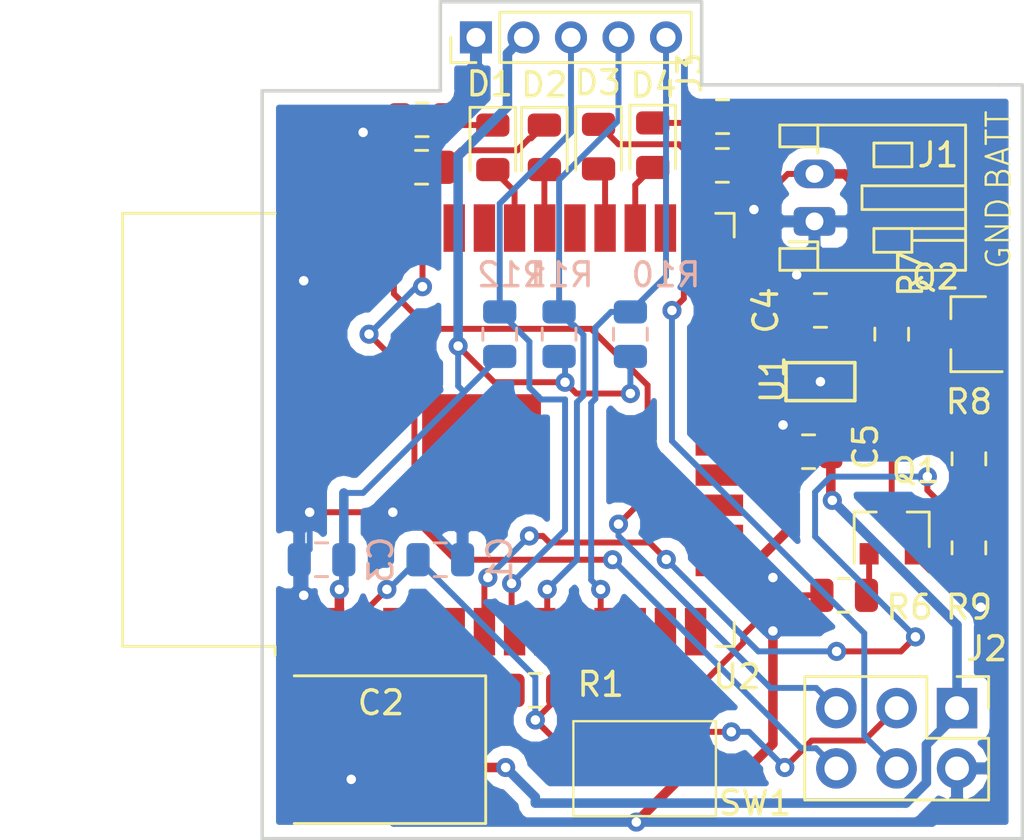
<source format=kicad_pcb>
(kicad_pcb (version 20171130) (host pcbnew 5.0.2+dfsg1-1~bpo9+1)

  (general
    (thickness 1.6)
    (drawings 11)
    (tracks 322)
    (zones 0)
    (modules 29)
    (nets 47)
  )

  (page A4)
  (layers
    (0 F.Cu signal)
    (31 B.Cu signal)
    (32 B.Adhes user)
    (33 F.Adhes user)
    (34 B.Paste user)
    (35 F.Paste user)
    (36 B.SilkS user)
    (37 F.SilkS user)
    (38 B.Mask user)
    (39 F.Mask user)
    (40 Dwgs.User user)
    (41 Cmts.User user)
    (42 Eco1.User user)
    (43 Eco2.User user)
    (44 Edge.Cuts user)
    (45 Margin user)
    (46 B.CrtYd user)
    (47 F.CrtYd user)
    (48 B.Fab user)
    (49 F.Fab user)
  )

  (setup
    (last_trace_width 0.25)
    (user_trace_width 0.25)
    (user_trace_width 0.4)
    (trace_clearance 0.2)
    (zone_clearance 0.508)
    (zone_45_only no)
    (trace_min 0.2)
    (segment_width 0.2)
    (edge_width 0.15)
    (via_size 0.8)
    (via_drill 0.4)
    (via_min_size 0.4)
    (via_min_drill 0.3)
    (uvia_size 0.3)
    (uvia_drill 0.1)
    (uvias_allowed no)
    (uvia_min_size 0.2)
    (uvia_min_drill 0.1)
    (pcb_text_width 0.3)
    (pcb_text_size 1.5 1.5)
    (mod_edge_width 0.15)
    (mod_text_size 1 1)
    (mod_text_width 0.15)
    (pad_size 1.524 1.524)
    (pad_drill 0.762)
    (pad_to_mask_clearance 0.051)
    (solder_mask_min_width 0.25)
    (aux_axis_origin 0 0)
    (visible_elements FFFFFF7F)
    (pcbplotparams
      (layerselection 0x010fc_ffffffff)
      (usegerberextensions false)
      (usegerberattributes true)
      (usegerberadvancedattributes false)
      (creategerberjobfile false)
      (excludeedgelayer true)
      (linewidth 0.100000)
      (plotframeref false)
      (viasonmask false)
      (mode 1)
      (useauxorigin false)
      (hpglpennumber 1)
      (hpglpenspeed 20)
      (hpglpendiameter 15.000000)
      (psnegative false)
      (psa4output false)
      (plotreference true)
      (plotvalue true)
      (plotinvisibletext false)
      (padsonsilk false)
      (subtractmaskfromsilk false)
      (outputformat 1)
      (mirror false)
      (drillshape 0)
      (scaleselection 1)
      (outputdirectory "/tmp/esp32ldo/"))
  )

  (net 0 "")
  (net 1 VCC)
  (net 2 "Net-(U1-Pad4)")
  (net 3 BATT)
  (net 4 GND)
  (net 5 ADC_BATT)
  (net 6 "Net-(Q2-Pad3)")
  (net 7 "Net-(Q2-Pad1)")
  (net 8 "Net-(Q1-Pad3)")
  (net 9 "Net-(Q1-Pad1)")
  (net 10 ENABLE_ADC)
  (net 11 "Net-(D4-Pad1)")
  (net 12 "Net-(D3-Pad1)")
  (net 13 "Net-(D2-Pad1)")
  (net 14 "Net-(D1-Pad1)")
  (net 15 EN)
  (net 16 "Net-(U2-Pad4)")
  (net 17 "Net-(U2-Pad5)")
  (net 18 "Net-(U2-Pad6)")
  (net 19 HALL3)
  (net 20 HALL2)
  (net 21 HALL1)
  (net 22 "Net-(U2-Pad12)")
  (net 23 "Net-(U2-Pad13)")
  (net 24 "Net-(U2-Pad14)")
  (net 25 "Net-(U2-Pad16)")
  (net 26 "Net-(U2-Pad17)")
  (net 27 "Net-(U2-Pad18)")
  (net 28 "Net-(U2-Pad19)")
  (net 29 "Net-(U2-Pad20)")
  (net 30 "Net-(U2-Pad21)")
  (net 31 "Net-(U2-Pad22)")
  (net 32 "Net-(U2-Pad23)")
  (net 33 "Net-(U2-Pad24)")
  (net 34 IO0)
  (net 35 "Net-(U2-Pad26)")
  (net 36 "Net-(D4-Pad2)")
  (net 37 "Net-(D3-Pad2)")
  (net 38 "Net-(U2-Pad29)")
  (net 39 "Net-(D2-Pad2)")
  (net 40 "Net-(D1-Pad2)")
  (net 41 "Net-(U2-Pad32)")
  (net 42 "Net-(U2-Pad33)")
  (net 43 RX)
  (net 44 TX)
  (net 45 "Net-(U2-Pad36)")
  (net 46 "Net-(U2-Pad37)")

  (net_class Default "This is the default net class."
    (clearance 0.2)
    (trace_width 0.25)
    (via_dia 0.8)
    (via_drill 0.4)
    (uvia_dia 0.3)
    (uvia_drill 0.1)
    (add_net ADC_BATT)
    (add_net BATT)
    (add_net EN)
    (add_net ENABLE_ADC)
    (add_net GND)
    (add_net HALL1)
    (add_net HALL2)
    (add_net HALL3)
    (add_net IO0)
    (add_net "Net-(D1-Pad1)")
    (add_net "Net-(D1-Pad2)")
    (add_net "Net-(D2-Pad1)")
    (add_net "Net-(D2-Pad2)")
    (add_net "Net-(D3-Pad1)")
    (add_net "Net-(D3-Pad2)")
    (add_net "Net-(D4-Pad1)")
    (add_net "Net-(D4-Pad2)")
    (add_net "Net-(Q1-Pad1)")
    (add_net "Net-(Q1-Pad3)")
    (add_net "Net-(Q2-Pad1)")
    (add_net "Net-(Q2-Pad3)")
    (add_net "Net-(U1-Pad4)")
    (add_net "Net-(U2-Pad12)")
    (add_net "Net-(U2-Pad13)")
    (add_net "Net-(U2-Pad14)")
    (add_net "Net-(U2-Pad16)")
    (add_net "Net-(U2-Pad17)")
    (add_net "Net-(U2-Pad18)")
    (add_net "Net-(U2-Pad19)")
    (add_net "Net-(U2-Pad20)")
    (add_net "Net-(U2-Pad21)")
    (add_net "Net-(U2-Pad22)")
    (add_net "Net-(U2-Pad23)")
    (add_net "Net-(U2-Pad24)")
    (add_net "Net-(U2-Pad26)")
    (add_net "Net-(U2-Pad29)")
    (add_net "Net-(U2-Pad32)")
    (add_net "Net-(U2-Pad33)")
    (add_net "Net-(U2-Pad36)")
    (add_net "Net-(U2-Pad37)")
    (add_net "Net-(U2-Pad4)")
    (add_net "Net-(U2-Pad5)")
    (add_net "Net-(U2-Pad6)")
    (add_net RX)
    (add_net TX)
    (add_net VCC)
  )

  (module Capacitor_SMD:C_0805_2012Metric (layer B.Cu) (tedit 5F2C73B6) (tstamp 5F445218)
    (at 89.5 122 180)
    (descr "Capacitor SMD 0805 (2012 Metric), square (rectangular) end terminal, IPC_7351 nominal, (Body size source: https://docs.google.com/spreadsheets/d/1BsfQQcO9C6DZCsRaXUlFlo91Tg2WpOkGARC1WS5S8t0/edit?usp=sharing), generated with kicad-footprint-generator")
    (tags capacitor)
    (path /5F2038BE)
    (attr smd)
    (fp_text reference C3 (at -2.5 0 270) (layer B.SilkS)
      (effects (font (size 1 1) (thickness 0.15)) (justify mirror))
    )
    (fp_text value 100nF (at 0 -1.65 180) (layer B.Fab) hide
      (effects (font (size 1 1) (thickness 0.15)) (justify mirror))
    )
    (fp_text user %R (at 0 0 180) (layer B.Fab)
      (effects (font (size 0.5 0.5) (thickness 0.08)) (justify mirror))
    )
    (fp_line (start 1.68 -0.95) (end -1.68 -0.95) (layer B.CrtYd) (width 0.05))
    (fp_line (start 1.68 0.95) (end 1.68 -0.95) (layer B.CrtYd) (width 0.05))
    (fp_line (start -1.68 0.95) (end 1.68 0.95) (layer B.CrtYd) (width 0.05))
    (fp_line (start -1.68 -0.95) (end -1.68 0.95) (layer B.CrtYd) (width 0.05))
    (fp_line (start -0.258578 -0.71) (end 0.258578 -0.71) (layer B.SilkS) (width 0.12))
    (fp_line (start -0.258578 0.71) (end 0.258578 0.71) (layer B.SilkS) (width 0.12))
    (fp_line (start 1 -0.6) (end -1 -0.6) (layer B.Fab) (width 0.1))
    (fp_line (start 1 0.6) (end 1 -0.6) (layer B.Fab) (width 0.1))
    (fp_line (start -1 0.6) (end 1 0.6) (layer B.Fab) (width 0.1))
    (fp_line (start -1 -0.6) (end -1 0.6) (layer B.Fab) (width 0.1))
    (pad 2 smd roundrect (at 0.9375 0 180) (size 0.975 1.4) (layers B.Cu B.Paste B.Mask) (roundrect_rratio 0.25)
      (net 4 GND))
    (pad 1 smd roundrect (at -0.9375 0 180) (size 0.975 1.4) (layers B.Cu B.Paste B.Mask) (roundrect_rratio 0.25)
      (net 1 VCC))
    (model ${KISYS3DMOD}/Capacitor_SMD.3dshapes/C_0805_2012Metric.wrl
      (at (xyz 0 0 0))
      (scale (xyz 1 1 1))
      (rotate (xyz 0 0 0))
    )
  )

  (module Capacitor_SMD:C_0805_2012Metric (layer B.Cu) (tedit 5F2C73B2) (tstamp 5F4451C7)
    (at 94.5 122)
    (descr "Capacitor SMD 0805 (2012 Metric), square (rectangular) end terminal, IPC_7351 nominal, (Body size source: https://docs.google.com/spreadsheets/d/1BsfQQcO9C6DZCsRaXUlFlo91Tg2WpOkGARC1WS5S8t0/edit?usp=sharing), generated with kicad-footprint-generator")
    (tags capacitor)
    (path /5F204804)
    (attr smd)
    (fp_text reference C1 (at 2.5 0 90) (layer B.SilkS)
      (effects (font (size 1 1) (thickness 0.15)) (justify mirror))
    )
    (fp_text value 100nF (at 0 -1.65) (layer B.Fab) hide
      (effects (font (size 1 1) (thickness 0.15)) (justify mirror))
    )
    (fp_line (start -1 -0.6) (end -1 0.6) (layer B.Fab) (width 0.1))
    (fp_line (start -1 0.6) (end 1 0.6) (layer B.Fab) (width 0.1))
    (fp_line (start 1 0.6) (end 1 -0.6) (layer B.Fab) (width 0.1))
    (fp_line (start 1 -0.6) (end -1 -0.6) (layer B.Fab) (width 0.1))
    (fp_line (start -0.258578 0.71) (end 0.258578 0.71) (layer B.SilkS) (width 0.12))
    (fp_line (start -0.258578 -0.71) (end 0.258578 -0.71) (layer B.SilkS) (width 0.12))
    (fp_line (start -1.68 -0.95) (end -1.68 0.95) (layer B.CrtYd) (width 0.05))
    (fp_line (start -1.68 0.95) (end 1.68 0.95) (layer B.CrtYd) (width 0.05))
    (fp_line (start 1.68 0.95) (end 1.68 -0.95) (layer B.CrtYd) (width 0.05))
    (fp_line (start 1.68 -0.95) (end -1.68 -0.95) (layer B.CrtYd) (width 0.05))
    (fp_text user %R (at 0 0) (layer B.Fab)
      (effects (font (size 0.5 0.5) (thickness 0.08)) (justify mirror))
    )
    (pad 1 smd roundrect (at -0.9375 0) (size 0.975 1.4) (layers B.Cu B.Paste B.Mask) (roundrect_rratio 0.25)
      (net 15 EN))
    (pad 2 smd roundrect (at 0.9375 0) (size 0.975 1.4) (layers B.Cu B.Paste B.Mask) (roundrect_rratio 0.25)
      (net 4 GND))
    (model ${KISYS3DMOD}/Capacitor_SMD.3dshapes/C_0805_2012Metric.wrl
      (at (xyz 0 0 0))
      (scale (xyz 1 1 1))
      (rotate (xyz 0 0 0))
    )
  )

  (module Capacitor_Tantalum_SMD:CP_EIA-7360-38_Kemet-E (layer F.Cu) (tedit 5F2C73B4) (tstamp 5F4451B6)
    (at 92 130 180)
    (descr "Tantalum Capacitor SMD Kemet-E (7360-38 Metric), IPC_7351 nominal, (Body size from: http://www.kemet.com/Lists/ProductCatalog/Attachments/253/KEM_TC101_STD.pdf), generated with kicad-footprint-generator")
    (tags "capacitor tantalum")
    (path /5F203A39)
    (attr smd)
    (fp_text reference C2 (at 0 1.974999 180) (layer F.SilkS)
      (effects (font (size 1 1) (thickness 0.15)))
    )
    (fp_text value 470uF (at 0 3.95 180) (layer F.Fab) hide
      (effects (font (size 1 1) (thickness 0.15)))
    )
    (fp_line (start 3.65 -3) (end -2.65 -3) (layer F.Fab) (width 0.1))
    (fp_line (start -2.65 -3) (end -3.65 -2) (layer F.Fab) (width 0.1))
    (fp_line (start -3.65 -2) (end -3.65 3) (layer F.Fab) (width 0.1))
    (fp_line (start -3.65 3) (end 3.65 3) (layer F.Fab) (width 0.1))
    (fp_line (start 3.65 3) (end 3.65 -3) (layer F.Fab) (width 0.1))
    (fp_line (start 3.65 -3.11) (end -4.41 -3.11) (layer F.SilkS) (width 0.12))
    (fp_line (start -4.41 -3.11) (end -4.41 3.11) (layer F.SilkS) (width 0.12))
    (fp_line (start -4.41 3.11) (end 3.65 3.11) (layer F.SilkS) (width 0.12))
    (fp_line (start -4.4 3.25) (end -4.4 -3.25) (layer F.CrtYd) (width 0.05))
    (fp_line (start -4.4 -3.25) (end 4.4 -3.25) (layer F.CrtYd) (width 0.05))
    (fp_line (start 4.4 -3.25) (end 4.4 3.25) (layer F.CrtYd) (width 0.05))
    (fp_line (start 4.4 3.25) (end -4.4 3.25) (layer F.CrtYd) (width 0.05))
    (fp_text user %R (at 0 0 180) (layer F.Fab)
      (effects (font (size 1 1) (thickness 0.15)))
    )
    (pad 1 smd roundrect (at -3.1125 0 180) (size 2.075 4.25) (layers F.Cu F.Paste F.Mask) (roundrect_rratio 0.120482)
      (net 1 VCC))
    (pad 2 smd roundrect (at 3.1125 0 180) (size 2.075 4.25) (layers F.Cu F.Paste F.Mask) (roundrect_rratio 0.120482)
      (net 4 GND))
    (model ${KISYS3DMOD}/Capacitor_Tantalum_SMD.3dshapes/CP_EIA-7360-38_Kemet-E.wrl
      (at (xyz 0 0 0))
      (scale (xyz 1 1 1))
      (rotate (xyz 0 0 0))
    )
  )

  (module Resistor_SMD:R_0805_2012Metric (layer F.Cu) (tedit 5F2C7408) (tstamp 5F444F25)
    (at 98.5 127.5)
    (descr "Resistor SMD 0805 (2012 Metric), square (rectangular) end terminal, IPC_7351 nominal, (Body size source: https://docs.google.com/spreadsheets/d/1BsfQQcO9C6DZCsRaXUlFlo91Tg2WpOkGARC1WS5S8t0/edit?usp=sharing), generated with kicad-footprint-generator")
    (tags resistor)
    (path /5F204899)
    (attr smd)
    (fp_text reference R1 (at 2.75 -0.25) (layer F.SilkS)
      (effects (font (size 1 1) (thickness 0.15)))
    )
    (fp_text value 10k (at 0 1.65) (layer F.Fab) hide
      (effects (font (size 1 1) (thickness 0.15)))
    )
    (fp_line (start -1 0.6) (end -1 -0.6) (layer F.Fab) (width 0.1))
    (fp_line (start -1 -0.6) (end 1 -0.6) (layer F.Fab) (width 0.1))
    (fp_line (start 1 -0.6) (end 1 0.6) (layer F.Fab) (width 0.1))
    (fp_line (start 1 0.6) (end -1 0.6) (layer F.Fab) (width 0.1))
    (fp_line (start -0.258578 -0.71) (end 0.258578 -0.71) (layer F.SilkS) (width 0.12))
    (fp_line (start -0.258578 0.71) (end 0.258578 0.71) (layer F.SilkS) (width 0.12))
    (fp_line (start -1.68 0.95) (end -1.68 -0.95) (layer F.CrtYd) (width 0.05))
    (fp_line (start -1.68 -0.95) (end 1.68 -0.95) (layer F.CrtYd) (width 0.05))
    (fp_line (start 1.68 -0.95) (end 1.68 0.95) (layer F.CrtYd) (width 0.05))
    (fp_line (start 1.68 0.95) (end -1.68 0.95) (layer F.CrtYd) (width 0.05))
    (fp_text user %R (at 0 0) (layer F.Fab)
      (effects (font (size 0.5 0.5) (thickness 0.08)))
    )
    (pad 1 smd roundrect (at -0.9375 0) (size 0.975 1.4) (layers F.Cu F.Paste F.Mask) (roundrect_rratio 0.25)
      (net 1 VCC))
    (pad 2 smd roundrect (at 0.9375 0) (size 0.975 1.4) (layers F.Cu F.Paste F.Mask) (roundrect_rratio 0.25)
      (net 15 EN))
    (model ${KISYS3DMOD}/Resistor_SMD.3dshapes/R_0805_2012Metric.wrl
      (at (xyz 0 0 0))
      (scale (xyz 1 1 1))
      (rotate (xyz 0 0 0))
    )
  )

  (module Resistor_SMD:R_0805_2012Metric (layer F.Cu) (tedit 5F21903D) (tstamp 5F2AE39A)
    (at 93.73 103.47 180)
    (descr "Resistor SMD 0805 (2012 Metric), square (rectangular) end terminal, IPC_7351 nominal, (Body size source: https://docs.google.com/spreadsheets/d/1BsfQQcO9C6DZCsRaXUlFlo91Tg2WpOkGARC1WS5S8t0/edit?usp=sharing), generated with kicad-footprint-generator")
    (tags resistor)
    (path /5F22D436)
    (attr smd)
    (fp_text reference R2 (at 2.72 0.07 180) (layer F.SilkS) hide
      (effects (font (size 1 1) (thickness 0.15)))
    )
    (fp_text value R (at 0 1.65 180) (layer F.Fab) hide
      (effects (font (size 1 1) (thickness 0.15)))
    )
    (fp_line (start -1 0.6) (end -1 -0.6) (layer F.Fab) (width 0.1))
    (fp_line (start -1 -0.6) (end 1 -0.6) (layer F.Fab) (width 0.1))
    (fp_line (start 1 -0.6) (end 1 0.6) (layer F.Fab) (width 0.1))
    (fp_line (start 1 0.6) (end -1 0.6) (layer F.Fab) (width 0.1))
    (fp_line (start -0.258578 -0.71) (end 0.258578 -0.71) (layer F.SilkS) (width 0.12))
    (fp_line (start -0.258578 0.71) (end 0.258578 0.71) (layer F.SilkS) (width 0.12))
    (fp_line (start -1.68 0.95) (end -1.68 -0.95) (layer F.CrtYd) (width 0.05))
    (fp_line (start -1.68 -0.95) (end 1.68 -0.95) (layer F.CrtYd) (width 0.05))
    (fp_line (start 1.68 -0.95) (end 1.68 0.95) (layer F.CrtYd) (width 0.05))
    (fp_line (start 1.68 0.95) (end -1.68 0.95) (layer F.CrtYd) (width 0.05))
    (fp_text user %R (at 0 0 180) (layer F.Fab)
      (effects (font (size 0.5 0.5) (thickness 0.08)))
    )
    (pad 1 smd roundrect (at -0.9375 0 180) (size 0.975 1.4) (layers F.Cu F.Paste F.Mask) (roundrect_rratio 0.25)
      (net 14 "Net-(D1-Pad1)"))
    (pad 2 smd roundrect (at 0.9375 0 180) (size 0.975 1.4) (layers F.Cu F.Paste F.Mask) (roundrect_rratio 0.25)
      (net 4 GND))
    (model ${KISYS3DMOD}/Resistor_SMD.3dshapes/R_0805_2012Metric.wrl
      (at (xyz 0 0 0))
      (scale (xyz 1 1 1))
      (rotate (xyz 0 0 0))
    )
  )

  (module Resistor_SMD:R_0805_2012Metric (layer F.Cu) (tedit 5F21903B) (tstamp 5F2AE3FA)
    (at 93.71 105.47 180)
    (descr "Resistor SMD 0805 (2012 Metric), square (rectangular) end terminal, IPC_7351 nominal, (Body size source: https://docs.google.com/spreadsheets/d/1BsfQQcO9C6DZCsRaXUlFlo91Tg2WpOkGARC1WS5S8t0/edit?usp=sharing), generated with kicad-footprint-generator")
    (tags resistor)
    (path /5F21250A)
    (attr smd)
    (fp_text reference R3 (at 2.85 0 180) (layer F.SilkS) hide
      (effects (font (size 1 1) (thickness 0.15)))
    )
    (fp_text value R (at 0 1.65 180) (layer F.Fab) hide
      (effects (font (size 1 1) (thickness 0.15)))
    )
    (fp_text user %R (at 0 0 180) (layer F.Fab)
      (effects (font (size 0.5 0.5) (thickness 0.08)))
    )
    (fp_line (start 1.68 0.95) (end -1.68 0.95) (layer F.CrtYd) (width 0.05))
    (fp_line (start 1.68 -0.95) (end 1.68 0.95) (layer F.CrtYd) (width 0.05))
    (fp_line (start -1.68 -0.95) (end 1.68 -0.95) (layer F.CrtYd) (width 0.05))
    (fp_line (start -1.68 0.95) (end -1.68 -0.95) (layer F.CrtYd) (width 0.05))
    (fp_line (start -0.258578 0.71) (end 0.258578 0.71) (layer F.SilkS) (width 0.12))
    (fp_line (start -0.258578 -0.71) (end 0.258578 -0.71) (layer F.SilkS) (width 0.12))
    (fp_line (start 1 0.6) (end -1 0.6) (layer F.Fab) (width 0.1))
    (fp_line (start 1 -0.6) (end 1 0.6) (layer F.Fab) (width 0.1))
    (fp_line (start -1 -0.6) (end 1 -0.6) (layer F.Fab) (width 0.1))
    (fp_line (start -1 0.6) (end -1 -0.6) (layer F.Fab) (width 0.1))
    (pad 2 smd roundrect (at 0.9375 0 180) (size 0.975 1.4) (layers F.Cu F.Paste F.Mask) (roundrect_rratio 0.25)
      (net 4 GND))
    (pad 1 smd roundrect (at -0.9375 0 180) (size 0.975 1.4) (layers F.Cu F.Paste F.Mask) (roundrect_rratio 0.25)
      (net 13 "Net-(D2-Pad1)"))
    (model ${KISYS3DMOD}/Resistor_SMD.3dshapes/R_0805_2012Metric.wrl
      (at (xyz 0 0 0))
      (scale (xyz 1 1 1))
      (rotate (xyz 0 0 0))
    )
  )

  (module Resistor_SMD:R_0805_2012Metric (layer F.Cu) (tedit 5F219043) (tstamp 5F2AE3CA)
    (at 106.37 105.39)
    (descr "Resistor SMD 0805 (2012 Metric), square (rectangular) end terminal, IPC_7351 nominal, (Body size source: https://docs.google.com/spreadsheets/d/1BsfQQcO9C6DZCsRaXUlFlo91Tg2WpOkGARC1WS5S8t0/edit?usp=sharing), generated with kicad-footprint-generator")
    (tags resistor)
    (path /5F2125E4)
    (attr smd)
    (fp_text reference R4 (at 2.73 -0.04) (layer F.SilkS) hide
      (effects (font (size 1 1) (thickness 0.15)))
    )
    (fp_text value R (at 0 1.65) (layer F.Fab) hide
      (effects (font (size 1 1) (thickness 0.15)))
    )
    (fp_line (start -1 0.6) (end -1 -0.6) (layer F.Fab) (width 0.1))
    (fp_line (start -1 -0.6) (end 1 -0.6) (layer F.Fab) (width 0.1))
    (fp_line (start 1 -0.6) (end 1 0.6) (layer F.Fab) (width 0.1))
    (fp_line (start 1 0.6) (end -1 0.6) (layer F.Fab) (width 0.1))
    (fp_line (start -0.258578 -0.71) (end 0.258578 -0.71) (layer F.SilkS) (width 0.12))
    (fp_line (start -0.258578 0.71) (end 0.258578 0.71) (layer F.SilkS) (width 0.12))
    (fp_line (start -1.68 0.95) (end -1.68 -0.95) (layer F.CrtYd) (width 0.05))
    (fp_line (start -1.68 -0.95) (end 1.68 -0.95) (layer F.CrtYd) (width 0.05))
    (fp_line (start 1.68 -0.95) (end 1.68 0.95) (layer F.CrtYd) (width 0.05))
    (fp_line (start 1.68 0.95) (end -1.68 0.95) (layer F.CrtYd) (width 0.05))
    (fp_text user %R (at 0 0) (layer F.Fab)
      (effects (font (size 0.5 0.5) (thickness 0.08)))
    )
    (pad 1 smd roundrect (at -0.9375 0) (size 0.975 1.4) (layers F.Cu F.Paste F.Mask) (roundrect_rratio 0.25)
      (net 12 "Net-(D3-Pad1)"))
    (pad 2 smd roundrect (at 0.9375 0) (size 0.975 1.4) (layers F.Cu F.Paste F.Mask) (roundrect_rratio 0.25)
      (net 4 GND))
    (model ${KISYS3DMOD}/Resistor_SMD.3dshapes/R_0805_2012Metric.wrl
      (at (xyz 0 0 0))
      (scale (xyz 1 1 1))
      (rotate (xyz 0 0 0))
    )
  )

  (module Resistor_SMD:R_0805_2012Metric (layer F.Cu) (tedit 5F219040) (tstamp 5F2AE36A)
    (at 106.38 103.34)
    (descr "Resistor SMD 0805 (2012 Metric), square (rectangular) end terminal, IPC_7351 nominal, (Body size source: https://docs.google.com/spreadsheets/d/1BsfQQcO9C6DZCsRaXUlFlo91Tg2WpOkGARC1WS5S8t0/edit?usp=sharing), generated with kicad-footprint-generator")
    (tags resistor)
    (path /5F212650)
    (attr smd)
    (fp_text reference R5 (at 2.72 0.04) (layer F.SilkS) hide
      (effects (font (size 1 1) (thickness 0.15)))
    )
    (fp_text value R (at 0 1.65) (layer F.Fab) hide
      (effects (font (size 1 1) (thickness 0.15)))
    )
    (fp_text user %R (at 0 0) (layer F.Fab)
      (effects (font (size 0.5 0.5) (thickness 0.08)))
    )
    (fp_line (start 1.68 0.95) (end -1.68 0.95) (layer F.CrtYd) (width 0.05))
    (fp_line (start 1.68 -0.95) (end 1.68 0.95) (layer F.CrtYd) (width 0.05))
    (fp_line (start -1.68 -0.95) (end 1.68 -0.95) (layer F.CrtYd) (width 0.05))
    (fp_line (start -1.68 0.95) (end -1.68 -0.95) (layer F.CrtYd) (width 0.05))
    (fp_line (start -0.258578 0.71) (end 0.258578 0.71) (layer F.SilkS) (width 0.12))
    (fp_line (start -0.258578 -0.71) (end 0.258578 -0.71) (layer F.SilkS) (width 0.12))
    (fp_line (start 1 0.6) (end -1 0.6) (layer F.Fab) (width 0.1))
    (fp_line (start 1 -0.6) (end 1 0.6) (layer F.Fab) (width 0.1))
    (fp_line (start -1 -0.6) (end 1 -0.6) (layer F.Fab) (width 0.1))
    (fp_line (start -1 0.6) (end -1 -0.6) (layer F.Fab) (width 0.1))
    (pad 2 smd roundrect (at 0.9375 0) (size 0.975 1.4) (layers F.Cu F.Paste F.Mask) (roundrect_rratio 0.25)
      (net 4 GND))
    (pad 1 smd roundrect (at -0.9375 0) (size 0.975 1.4) (layers F.Cu F.Paste F.Mask) (roundrect_rratio 0.25)
      (net 11 "Net-(D4-Pad1)"))
    (model ${KISYS3DMOD}/Resistor_SMD.3dshapes/R_0805_2012Metric.wrl
      (at (xyz 0 0 0))
      (scale (xyz 1 1 1))
      (rotate (xyz 0 0 0))
    )
  )

  (module Resistor_SMD:R_0805_2012Metric (layer F.Cu) (tedit 5F206D71) (tstamp 5F38464D)
    (at 111.5 123.5 180)
    (descr "Resistor SMD 0805 (2012 Metric), square (rectangular) end terminal, IPC_7351 nominal, (Body size source: https://docs.google.com/spreadsheets/d/1BsfQQcO9C6DZCsRaXUlFlo91Tg2WpOkGARC1WS5S8t0/edit?usp=sharing), generated with kicad-footprint-generator")
    (tags resistor)
    (path /5F21DBA4)
    (attr smd)
    (fp_text reference R6 (at -2.75 -0.5 180) (layer F.SilkS)
      (effects (font (size 1 1) (thickness 0.15)))
    )
    (fp_text value 1k1 (at 0 1.65 180) (layer F.Fab) hide
      (effects (font (size 1 1) (thickness 0.15)))
    )
    (fp_line (start -1 0.6) (end -1 -0.6) (layer F.Fab) (width 0.1))
    (fp_line (start -1 -0.6) (end 1 -0.6) (layer F.Fab) (width 0.1))
    (fp_line (start 1 -0.6) (end 1 0.6) (layer F.Fab) (width 0.1))
    (fp_line (start 1 0.6) (end -1 0.6) (layer F.Fab) (width 0.1))
    (fp_line (start -0.258578 -0.71) (end 0.258578 -0.71) (layer F.SilkS) (width 0.12))
    (fp_line (start -0.258578 0.71) (end 0.258578 0.71) (layer F.SilkS) (width 0.12))
    (fp_line (start -1.68 0.95) (end -1.68 -0.95) (layer F.CrtYd) (width 0.05))
    (fp_line (start -1.68 -0.95) (end 1.68 -0.95) (layer F.CrtYd) (width 0.05))
    (fp_line (start 1.68 -0.95) (end 1.68 0.95) (layer F.CrtYd) (width 0.05))
    (fp_line (start 1.68 0.95) (end -1.68 0.95) (layer F.CrtYd) (width 0.05))
    (fp_text user %R (at 0 0 180) (layer F.Fab)
      (effects (font (size 0.5 0.5) (thickness 0.08)))
    )
    (pad 1 smd roundrect (at -0.9375 0 180) (size 0.975 1.4) (layers F.Cu F.Paste F.Mask) (roundrect_rratio 0.25)
      (net 9 "Net-(Q1-Pad1)"))
    (pad 2 smd roundrect (at 0.9375 0 180) (size 0.975 1.4) (layers F.Cu F.Paste F.Mask) (roundrect_rratio 0.25)
      (net 10 ENABLE_ADC))
    (model ${KISYS3DMOD}/Resistor_SMD.3dshapes/R_0805_2012Metric.wrl
      (at (xyz 0 0 0))
      (scale (xyz 1 1 1))
      (rotate (xyz 0 0 0))
    )
  )

  (module Resistor_SMD:R_0805_2012Metric (layer F.Cu) (tedit 5F206D7A) (tstamp 5F38463D)
    (at 113.5 112.5 90)
    (descr "Resistor SMD 0805 (2012 Metric), square (rectangular) end terminal, IPC_7351 nominal, (Body size source: https://docs.google.com/spreadsheets/d/1BsfQQcO9C6DZCsRaXUlFlo91Tg2WpOkGARC1WS5S8t0/edit?usp=sharing), generated with kicad-footprint-generator")
    (tags resistor)
    (path /5F21FC82)
    (attr smd)
    (fp_text reference R7 (at 2.55 0.8 270) (layer F.SilkS)
      (effects (font (size 1 1) (thickness 0.15)))
    )
    (fp_text value 1k1 (at 0 1.65 90) (layer F.Fab) hide
      (effects (font (size 1 1) (thickness 0.15)))
    )
    (fp_text user %R (at 0 0 90) (layer F.Fab)
      (effects (font (size 0.5 0.5) (thickness 0.08)))
    )
    (fp_line (start 1.68 0.95) (end -1.68 0.95) (layer F.CrtYd) (width 0.05))
    (fp_line (start 1.68 -0.95) (end 1.68 0.95) (layer F.CrtYd) (width 0.05))
    (fp_line (start -1.68 -0.95) (end 1.68 -0.95) (layer F.CrtYd) (width 0.05))
    (fp_line (start -1.68 0.95) (end -1.68 -0.95) (layer F.CrtYd) (width 0.05))
    (fp_line (start -0.258578 0.71) (end 0.258578 0.71) (layer F.SilkS) (width 0.12))
    (fp_line (start -0.258578 -0.71) (end 0.258578 -0.71) (layer F.SilkS) (width 0.12))
    (fp_line (start 1 0.6) (end -1 0.6) (layer F.Fab) (width 0.1))
    (fp_line (start 1 -0.6) (end 1 0.6) (layer F.Fab) (width 0.1))
    (fp_line (start -1 -0.6) (end 1 -0.6) (layer F.Fab) (width 0.1))
    (fp_line (start -1 0.6) (end -1 -0.6) (layer F.Fab) (width 0.1))
    (pad 2 smd roundrect (at 0.9375 0 90) (size 0.975 1.4) (layers F.Cu F.Paste F.Mask) (roundrect_rratio 0.25)
      (net 7 "Net-(Q2-Pad1)"))
    (pad 1 smd roundrect (at -0.9375 0 90) (size 0.975 1.4) (layers F.Cu F.Paste F.Mask) (roundrect_rratio 0.25)
      (net 8 "Net-(Q1-Pad3)"))
    (model ${KISYS3DMOD}/Resistor_SMD.3dshapes/R_0805_2012Metric.wrl
      (at (xyz 0 0 0))
      (scale (xyz 1 1 1))
      (rotate (xyz 0 0 0))
    )
  )

  (module Resistor_SMD:R_0805_2012Metric (layer F.Cu) (tedit 5F206D77) (tstamp 5F38462D)
    (at 116.75 117.75 90)
    (descr "Resistor SMD 0805 (2012 Metric), square (rectangular) end terminal, IPC_7351 nominal, (Body size source: https://docs.google.com/spreadsheets/d/1BsfQQcO9C6DZCsRaXUlFlo91Tg2WpOkGARC1WS5S8t0/edit?usp=sharing), generated with kicad-footprint-generator")
    (tags resistor)
    (path /5F224451)
    (attr smd)
    (fp_text reference R8 (at 2.4 0 180) (layer F.SilkS)
      (effects (font (size 1 1) (thickness 0.15)))
    )
    (fp_text value 10k (at 0 1.65 90) (layer F.Fab) hide
      (effects (font (size 1 1) (thickness 0.15)))
    )
    (fp_line (start -1 0.6) (end -1 -0.6) (layer F.Fab) (width 0.1))
    (fp_line (start -1 -0.6) (end 1 -0.6) (layer F.Fab) (width 0.1))
    (fp_line (start 1 -0.6) (end 1 0.6) (layer F.Fab) (width 0.1))
    (fp_line (start 1 0.6) (end -1 0.6) (layer F.Fab) (width 0.1))
    (fp_line (start -0.258578 -0.71) (end 0.258578 -0.71) (layer F.SilkS) (width 0.12))
    (fp_line (start -0.258578 0.71) (end 0.258578 0.71) (layer F.SilkS) (width 0.12))
    (fp_line (start -1.68 0.95) (end -1.68 -0.95) (layer F.CrtYd) (width 0.05))
    (fp_line (start -1.68 -0.95) (end 1.68 -0.95) (layer F.CrtYd) (width 0.05))
    (fp_line (start 1.68 -0.95) (end 1.68 0.95) (layer F.CrtYd) (width 0.05))
    (fp_line (start 1.68 0.95) (end -1.68 0.95) (layer F.CrtYd) (width 0.05))
    (fp_text user %R (at 0 0 90) (layer F.Fab)
      (effects (font (size 0.5 0.5) (thickness 0.08)))
    )
    (pad 1 smd roundrect (at -0.9375 0 90) (size 0.975 1.4) (layers F.Cu F.Paste F.Mask) (roundrect_rratio 0.25)
      (net 5 ADC_BATT))
    (pad 2 smd roundrect (at 0.9375 0 90) (size 0.975 1.4) (layers F.Cu F.Paste F.Mask) (roundrect_rratio 0.25)
      (net 6 "Net-(Q2-Pad3)"))
    (model ${KISYS3DMOD}/Resistor_SMD.3dshapes/R_0805_2012Metric.wrl
      (at (xyz 0 0 0))
      (scale (xyz 1 1 1))
      (rotate (xyz 0 0 0))
    )
  )

  (module Capacitor_SMD:C_0805_2012Metric (layer F.Cu) (tedit 5F20687B) (tstamp 5F383456)
    (at 110.5 111.5 180)
    (descr "Capacitor SMD 0805 (2012 Metric), square (rectangular) end terminal, IPC_7351 nominal, (Body size source: https://docs.google.com/spreadsheets/d/1BsfQQcO9C6DZCsRaXUlFlo91Tg2WpOkGARC1WS5S8t0/edit?usp=sharing), generated with kicad-footprint-generator")
    (tags capacitor)
    (path /5F2082C7)
    (attr smd)
    (fp_text reference C4 (at 2.3 0 270) (layer F.SilkS)
      (effects (font (size 1 1) (thickness 0.15)))
    )
    (fp_text value C (at 0 1.65 180) (layer F.Fab) hide
      (effects (font (size 1 1) (thickness 0.15)))
    )
    (fp_line (start -1 0.6) (end -1 -0.6) (layer F.Fab) (width 0.1))
    (fp_line (start -1 -0.6) (end 1 -0.6) (layer F.Fab) (width 0.1))
    (fp_line (start 1 -0.6) (end 1 0.6) (layer F.Fab) (width 0.1))
    (fp_line (start 1 0.6) (end -1 0.6) (layer F.Fab) (width 0.1))
    (fp_line (start -0.258578 -0.71) (end 0.258578 -0.71) (layer F.SilkS) (width 0.12))
    (fp_line (start -0.258578 0.71) (end 0.258578 0.71) (layer F.SilkS) (width 0.12))
    (fp_line (start -1.68 0.95) (end -1.68 -0.95) (layer F.CrtYd) (width 0.05))
    (fp_line (start -1.68 -0.95) (end 1.68 -0.95) (layer F.CrtYd) (width 0.05))
    (fp_line (start 1.68 -0.95) (end 1.68 0.95) (layer F.CrtYd) (width 0.05))
    (fp_line (start 1.68 0.95) (end -1.68 0.95) (layer F.CrtYd) (width 0.05))
    (fp_text user %R (at 0 0 180) (layer F.Fab)
      (effects (font (size 0.5 0.5) (thickness 0.08)))
    )
    (pad 1 smd roundrect (at -0.9375 0 180) (size 0.975 1.4) (layers F.Cu F.Paste F.Mask) (roundrect_rratio 0.25)
      (net 3 BATT))
    (pad 2 smd roundrect (at 0.9375 0 180) (size 0.975 1.4) (layers F.Cu F.Paste F.Mask) (roundrect_rratio 0.25)
      (net 4 GND))
    (model ${KISYS3DMOD}/Capacitor_SMD.3dshapes/C_0805_2012Metric.wrl
      (at (xyz 0 0 0))
      (scale (xyz 1 1 1))
      (rotate (xyz 0 0 0))
    )
  )

  (module Capacitor_SMD:C_0805_2012Metric (layer F.Cu) (tedit 5F206D74) (tstamp 5F21A1B1)
    (at 110 117.45 180)
    (descr "Capacitor SMD 0805 (2012 Metric), square (rectangular) end terminal, IPC_7351 nominal, (Body size source: https://docs.google.com/spreadsheets/d/1BsfQQcO9C6DZCsRaXUlFlo91Tg2WpOkGARC1WS5S8t0/edit?usp=sharing), generated with kicad-footprint-generator")
    (tags capacitor)
    (path /5F20830B)
    (attr smd)
    (fp_text reference C5 (at -2.4 0.2 270) (layer F.SilkS)
      (effects (font (size 1 1) (thickness 0.15)))
    )
    (fp_text value C (at 0 1.65 180) (layer F.Fab) hide
      (effects (font (size 1 1) (thickness 0.15)))
    )
    (fp_text user %R (at 0 0 180) (layer F.Fab)
      (effects (font (size 0.5 0.5) (thickness 0.08)))
    )
    (fp_line (start 1.68 0.95) (end -1.68 0.95) (layer F.CrtYd) (width 0.05))
    (fp_line (start 1.68 -0.95) (end 1.68 0.95) (layer F.CrtYd) (width 0.05))
    (fp_line (start -1.68 -0.95) (end 1.68 -0.95) (layer F.CrtYd) (width 0.05))
    (fp_line (start -1.68 0.95) (end -1.68 -0.95) (layer F.CrtYd) (width 0.05))
    (fp_line (start -0.258578 0.71) (end 0.258578 0.71) (layer F.SilkS) (width 0.12))
    (fp_line (start -0.258578 -0.71) (end 0.258578 -0.71) (layer F.SilkS) (width 0.12))
    (fp_line (start 1 0.6) (end -1 0.6) (layer F.Fab) (width 0.1))
    (fp_line (start 1 -0.6) (end 1 0.6) (layer F.Fab) (width 0.1))
    (fp_line (start -1 -0.6) (end 1 -0.6) (layer F.Fab) (width 0.1))
    (fp_line (start -1 0.6) (end -1 -0.6) (layer F.Fab) (width 0.1))
    (pad 2 smd roundrect (at 0.9375 0 180) (size 0.975 1.4) (layers F.Cu F.Paste F.Mask) (roundrect_rratio 0.25)
      (net 4 GND))
    (pad 1 smd roundrect (at -0.9375 0 180) (size 0.975 1.4) (layers F.Cu F.Paste F.Mask) (roundrect_rratio 0.25)
      (net 1 VCC))
    (model ${KISYS3DMOD}/Capacitor_SMD.3dshapes/C_0805_2012Metric.wrl
      (at (xyz 0 0 0))
      (scale (xyz 1 1 1))
      (rotate (xyz 0 0 0))
    )
  )

  (module Connector_JST:JST_PH_S2B-PH-K_1x02_P2.00mm_Horizontal (layer F.Cu) (tedit 5F206D34) (tstamp 5F383423)
    (at 110.25 107.75 90)
    (descr "JST PH series connector, S2B-PH-K (http://www.jst-mfg.com/product/pdf/eng/ePH.pdf), generated with kicad-footprint-generator")
    (tags "connector JST PH top entry")
    (path /5F20752A)
    (fp_text reference J1 (at 2.8 5.2 180) (layer F.SilkS)
      (effects (font (size 1 1) (thickness 0.15)))
    )
    (fp_text value BATT (at 1 7.45 90) (layer F.Fab) hide
      (effects (font (size 1 1) (thickness 0.15)))
    )
    (fp_line (start -0.86 0.14) (end -1.14 0.14) (layer F.SilkS) (width 0.12))
    (fp_line (start -1.14 0.14) (end -1.14 -1.46) (layer F.SilkS) (width 0.12))
    (fp_line (start -1.14 -1.46) (end -2.06 -1.46) (layer F.SilkS) (width 0.12))
    (fp_line (start -2.06 -1.46) (end -2.06 6.36) (layer F.SilkS) (width 0.12))
    (fp_line (start -2.06 6.36) (end 4.06 6.36) (layer F.SilkS) (width 0.12))
    (fp_line (start 4.06 6.36) (end 4.06 -1.46) (layer F.SilkS) (width 0.12))
    (fp_line (start 4.06 -1.46) (end 3.14 -1.46) (layer F.SilkS) (width 0.12))
    (fp_line (start 3.14 -1.46) (end 3.14 0.14) (layer F.SilkS) (width 0.12))
    (fp_line (start 3.14 0.14) (end 2.86 0.14) (layer F.SilkS) (width 0.12))
    (fp_line (start 0.5 6.36) (end 0.5 2) (layer F.SilkS) (width 0.12))
    (fp_line (start 0.5 2) (end 1.5 2) (layer F.SilkS) (width 0.12))
    (fp_line (start 1.5 2) (end 1.5 6.36) (layer F.SilkS) (width 0.12))
    (fp_line (start -2.06 0.14) (end -1.14 0.14) (layer F.SilkS) (width 0.12))
    (fp_line (start 4.06 0.14) (end 3.14 0.14) (layer F.SilkS) (width 0.12))
    (fp_line (start -1.3 2.5) (end -1.3 4.1) (layer F.SilkS) (width 0.12))
    (fp_line (start -1.3 4.1) (end -0.3 4.1) (layer F.SilkS) (width 0.12))
    (fp_line (start -0.3 4.1) (end -0.3 2.5) (layer F.SilkS) (width 0.12))
    (fp_line (start -0.3 2.5) (end -1.3 2.5) (layer F.SilkS) (width 0.12))
    (fp_line (start 3.3 2.5) (end 3.3 4.1) (layer F.SilkS) (width 0.12))
    (fp_line (start 3.3 4.1) (end 2.3 4.1) (layer F.SilkS) (width 0.12))
    (fp_line (start 2.3 4.1) (end 2.3 2.5) (layer F.SilkS) (width 0.12))
    (fp_line (start 2.3 2.5) (end 3.3 2.5) (layer F.SilkS) (width 0.12))
    (fp_line (start -0.3 4.1) (end -0.3 6.36) (layer F.SilkS) (width 0.12))
    (fp_line (start -0.8 4.1) (end -0.8 6.36) (layer F.SilkS) (width 0.12))
    (fp_line (start -2.45 -1.85) (end -2.45 6.75) (layer F.CrtYd) (width 0.05))
    (fp_line (start -2.45 6.75) (end 4.45 6.75) (layer F.CrtYd) (width 0.05))
    (fp_line (start 4.45 6.75) (end 4.45 -1.85) (layer F.CrtYd) (width 0.05))
    (fp_line (start 4.45 -1.85) (end -2.45 -1.85) (layer F.CrtYd) (width 0.05))
    (fp_line (start -1.25 0.25) (end -1.25 -1.35) (layer F.Fab) (width 0.1))
    (fp_line (start -1.25 -1.35) (end -1.95 -1.35) (layer F.Fab) (width 0.1))
    (fp_line (start -1.95 -1.35) (end -1.95 6.25) (layer F.Fab) (width 0.1))
    (fp_line (start -1.95 6.25) (end 3.95 6.25) (layer F.Fab) (width 0.1))
    (fp_line (start 3.95 6.25) (end 3.95 -1.35) (layer F.Fab) (width 0.1))
    (fp_line (start 3.95 -1.35) (end 3.25 -1.35) (layer F.Fab) (width 0.1))
    (fp_line (start 3.25 -1.35) (end 3.25 0.25) (layer F.Fab) (width 0.1))
    (fp_line (start 3.25 0.25) (end -1.25 0.25) (layer F.Fab) (width 0.1))
    (fp_line (start -0.86 0.14) (end -0.86 -1.075) (layer F.SilkS) (width 0.12))
    (fp_line (start 0 0.875) (end -0.5 1.375) (layer F.Fab) (width 0.1))
    (fp_line (start -0.5 1.375) (end 0.5 1.375) (layer F.Fab) (width 0.1))
    (fp_line (start 0.5 1.375) (end 0 0.875) (layer F.Fab) (width 0.1))
    (fp_text user %R (at 1 2.5 90) (layer F.Fab)
      (effects (font (size 1 1) (thickness 0.15)))
    )
    (pad 1 thru_hole roundrect (at 0 0 90) (size 1.2 1.75) (drill 0.75) (layers *.Cu *.Mask) (roundrect_rratio 0.208333)
      (net 4 GND))
    (pad 2 thru_hole oval (at 2 0 90) (size 1.2 1.75) (drill 0.75) (layers *.Cu *.Mask)
      (net 3 BATT))
    (model ${KISYS3DMOD}/Connector_JST.3dshapes/JST_PH_S2B-PH-K_1x02_P2.00mm_Horizontal.wrl
      (at (xyz 0 0 0))
      (scale (xyz 1 1 1))
      (rotate (xyz 0 0 0))
    )
  )

  (module Connector_PinHeader_2.00mm:PinHeader_1x05_P2.00mm_Vertical (layer F.Cu) (tedit 5F2D57C2) (tstamp 5F3833F4)
    (at 96 100 90)
    (descr "Through hole straight pin header, 1x05, 2.00mm pitch, single row")
    (tags "Through hole pin header THT 1x05 2.00mm single row")
    (path /5F206040)
    (fp_text reference J3 (at -1.5 9 270) (layer F.SilkS)
      (effects (font (size 1 1) (thickness 0.15)))
    )
    (fp_text value HALL (at 0 10.06 90) (layer F.Fab) hide
      (effects (font (size 1 1) (thickness 0.15)))
    )
    (fp_line (start -0.5 -1) (end 1 -1) (layer F.Fab) (width 0.1))
    (fp_line (start 1 -1) (end 1 9) (layer F.Fab) (width 0.1))
    (fp_line (start 1 9) (end -1 9) (layer F.Fab) (width 0.1))
    (fp_line (start -1 9) (end -1 -0.5) (layer F.Fab) (width 0.1))
    (fp_line (start -1 -0.5) (end -0.5 -1) (layer F.Fab) (width 0.1))
    (fp_line (start -1.06 9.06) (end 1.06 9.06) (layer F.SilkS) (width 0.12))
    (fp_line (start -1.06 1) (end -1.06 9.06) (layer F.SilkS) (width 0.12))
    (fp_line (start 1.06 1) (end 1.06 9.06) (layer F.SilkS) (width 0.12))
    (fp_line (start -1.06 1) (end 1.06 1) (layer F.SilkS) (width 0.12))
    (fp_line (start -1.06 0) (end -1.06 -1.06) (layer F.SilkS) (width 0.12))
    (fp_line (start -1.06 -1.06) (end 0 -1.06) (layer F.SilkS) (width 0.12))
    (fp_line (start -1.5 -1.5) (end -1.5 9.5) (layer F.CrtYd) (width 0.05))
    (fp_line (start -1.5 9.5) (end 1.5 9.5) (layer F.CrtYd) (width 0.05))
    (fp_line (start 1.5 9.5) (end 1.5 -1.5) (layer F.CrtYd) (width 0.05))
    (fp_line (start 1.5 -1.5) (end -1.5 -1.5) (layer F.CrtYd) (width 0.05))
    (fp_text user %R (at 0 4 180) (layer F.Fab)
      (effects (font (size 1 1) (thickness 0.15)))
    )
    (pad 1 thru_hole rect (at 0 0 90) (size 1.35 1.35) (drill 0.8) (layers *.Cu *.Mask)
      (net 4 GND))
    (pad 2 thru_hole oval (at 0 2 90) (size 1.35 1.35) (drill 0.8) (layers *.Cu *.Mask)
      (net 1 VCC))
    (pad 3 thru_hole oval (at 0 4 90) (size 1.35 1.35) (drill 0.8) (layers *.Cu *.Mask)
      (net 19 HALL3))
    (pad 4 thru_hole oval (at 0 6 90) (size 1.35 1.35) (drill 0.8) (layers *.Cu *.Mask)
      (net 20 HALL2))
    (pad 5 thru_hole oval (at 0 8 90) (size 1.35 1.35) (drill 0.8) (layers *.Cu *.Mask)
      (net 21 HALL1))
    (model ${KISYS3DMOD}/Connector_PinHeader_2.00mm.3dshapes/PinHeader_1x05_P2.00mm_Vertical.wrl
      (at (xyz 0 0 0))
      (scale (xyz 1 1 1))
      (rotate (xyz 0 0 0))
    )
  )

  (module Connector_PinHeader_2.54mm:PinHeader_2x03_P2.54mm_Vertical (layer F.Cu) (tedit 5F206D24) (tstamp 5F3833DB)
    (at 116.25 128.25 270)
    (descr "Through hole straight pin header, 2x03, 2.54mm pitch, double rows")
    (tags "Through hole pin header THT 2x03 2.54mm double row")
    (path /5F203E2B)
    (fp_text reference J2 (at -2.5 -1.25) (layer F.SilkS)
      (effects (font (size 1 1) (thickness 0.15)))
    )
    (fp_text value PROG (at 1.27 7.41 270) (layer F.Fab) hide
      (effects (font (size 1 1) (thickness 0.15)))
    )
    (fp_line (start 0 -1.27) (end 3.81 -1.27) (layer F.Fab) (width 0.1))
    (fp_line (start 3.81 -1.27) (end 3.81 6.35) (layer F.Fab) (width 0.1))
    (fp_line (start 3.81 6.35) (end -1.27 6.35) (layer F.Fab) (width 0.1))
    (fp_line (start -1.27 6.35) (end -1.27 0) (layer F.Fab) (width 0.1))
    (fp_line (start -1.27 0) (end 0 -1.27) (layer F.Fab) (width 0.1))
    (fp_line (start -1.33 6.41) (end 3.87 6.41) (layer F.SilkS) (width 0.12))
    (fp_line (start -1.33 1.27) (end -1.33 6.41) (layer F.SilkS) (width 0.12))
    (fp_line (start 3.87 -1.33) (end 3.87 6.41) (layer F.SilkS) (width 0.12))
    (fp_line (start -1.33 1.27) (end 1.27 1.27) (layer F.SilkS) (width 0.12))
    (fp_line (start 1.27 1.27) (end 1.27 -1.33) (layer F.SilkS) (width 0.12))
    (fp_line (start 1.27 -1.33) (end 3.87 -1.33) (layer F.SilkS) (width 0.12))
    (fp_line (start -1.33 0) (end -1.33 -1.33) (layer F.SilkS) (width 0.12))
    (fp_line (start -1.33 -1.33) (end 0 -1.33) (layer F.SilkS) (width 0.12))
    (fp_line (start -1.8 -1.8) (end -1.8 6.85) (layer F.CrtYd) (width 0.05))
    (fp_line (start -1.8 6.85) (end 4.35 6.85) (layer F.CrtYd) (width 0.05))
    (fp_line (start 4.35 6.85) (end 4.35 -1.8) (layer F.CrtYd) (width 0.05))
    (fp_line (start 4.35 -1.8) (end -1.8 -1.8) (layer F.CrtYd) (width 0.05))
    (fp_text user %R (at 1.27 2.54) (layer F.Fab)
      (effects (font (size 1 1) (thickness 0.15)))
    )
    (pad 1 thru_hole rect (at 0 0 270) (size 1.7 1.7) (drill 1) (layers *.Cu *.Mask)
      (net 1 VCC))
    (pad 2 thru_hole oval (at 2.54 0 270) (size 1.7 1.7) (drill 1) (layers *.Cu *.Mask)
      (net 4 GND))
    (pad 3 thru_hole oval (at 0 2.54 270) (size 1.7 1.7) (drill 1) (layers *.Cu *.Mask)
      (net 15 EN))
    (pad 4 thru_hole oval (at 2.54 2.54 270) (size 1.7 1.7) (drill 1) (layers *.Cu *.Mask)
      (net 34 IO0))
    (pad 5 thru_hole oval (at 0 5.08 270) (size 1.7 1.7) (drill 1) (layers *.Cu *.Mask)
      (net 44 TX))
    (pad 6 thru_hole oval (at 2.54 5.08 270) (size 1.7 1.7) (drill 1) (layers *.Cu *.Mask)
      (net 43 RX))
    (model ${KISYS3DMOD}/Connector_PinHeader_2.54mm.3dshapes/PinHeader_2x03_P2.54mm_Vertical.wrl
      (at (xyz 0 0 0))
      (scale (xyz 1 1 1))
      (rotate (xyz 0 0 0))
    )
  )

  (module LED_SMD:LED_0805_2012Metric (layer F.Cu) (tedit 5F206886) (tstamp 5F2AE336)
    (at 96.71 104.63 270)
    (descr "LED SMD 0805 (2012 Metric), square (rectangular) end terminal, IPC_7351 nominal, (Body size source: https://docs.google.com/spreadsheets/d/1BsfQQcO9C6DZCsRaXUlFlo91Tg2WpOkGARC1WS5S8t0/edit?usp=sharing), generated with kicad-footprint-generator")
    (tags diode)
    (path /5F22D326)
    (attr smd)
    (fp_text reference D1 (at -2.67 0.13 180) (layer F.SilkS)
      (effects (font (size 1 1) (thickness 0.15)))
    )
    (fp_text value RED (at 0 1.65 270) (layer F.Fab) hide
      (effects (font (size 1 1) (thickness 0.15)))
    )
    (fp_text user %R (at 0 0 270) (layer F.Fab)
      (effects (font (size 0.5 0.5) (thickness 0.08)))
    )
    (fp_line (start 1.68 0.95) (end -1.68 0.95) (layer F.CrtYd) (width 0.05))
    (fp_line (start 1.68 -0.95) (end 1.68 0.95) (layer F.CrtYd) (width 0.05))
    (fp_line (start -1.68 -0.95) (end 1.68 -0.95) (layer F.CrtYd) (width 0.05))
    (fp_line (start -1.68 0.95) (end -1.68 -0.95) (layer F.CrtYd) (width 0.05))
    (fp_line (start -1.685 0.96) (end 1 0.96) (layer F.SilkS) (width 0.12))
    (fp_line (start -1.685 -0.96) (end -1.685 0.96) (layer F.SilkS) (width 0.12))
    (fp_line (start 1 -0.96) (end -1.685 -0.96) (layer F.SilkS) (width 0.12))
    (fp_line (start 1 0.6) (end 1 -0.6) (layer F.Fab) (width 0.1))
    (fp_line (start -1 0.6) (end 1 0.6) (layer F.Fab) (width 0.1))
    (fp_line (start -1 -0.3) (end -1 0.6) (layer F.Fab) (width 0.1))
    (fp_line (start -0.7 -0.6) (end -1 -0.3) (layer F.Fab) (width 0.1))
    (fp_line (start 1 -0.6) (end -0.7 -0.6) (layer F.Fab) (width 0.1))
    (pad 2 smd roundrect (at 0.9375 0 270) (size 0.975 1.4) (layers F.Cu F.Paste F.Mask) (roundrect_rratio 0.25)
      (net 40 "Net-(D1-Pad2)"))
    (pad 1 smd roundrect (at -0.9375 0 270) (size 0.975 1.4) (layers F.Cu F.Paste F.Mask) (roundrect_rratio 0.25)
      (net 14 "Net-(D1-Pad1)"))
    (model ${KISYS3DMOD}/LED_SMD.3dshapes/LED_0805_2012Metric.wrl
      (at (xyz 0 0 0))
      (scale (xyz 1 1 1))
      (rotate (xyz 0 0 0))
    )
  )

  (module LED_SMD:LED_0805_2012Metric (layer F.Cu) (tedit 5F2068AD) (tstamp 5F2AE300)
    (at 98.88 104.63 270)
    (descr "LED SMD 0805 (2012 Metric), square (rectangular) end terminal, IPC_7351 nominal, (Body size source: https://docs.google.com/spreadsheets/d/1BsfQQcO9C6DZCsRaXUlFlo91Tg2WpOkGARC1WS5S8t0/edit?usp=sharing), generated with kicad-footprint-generator")
    (tags diode)
    (path /5F20F953)
    (attr smd)
    (fp_text reference D2 (at -2.63 0) (layer F.SilkS)
      (effects (font (size 1 1) (thickness 0.15)))
    )
    (fp_text value ORANGE (at 0 1.65 270) (layer F.Fab) hide
      (effects (font (size 1 1) (thickness 0.15)))
    )
    (fp_line (start 1 -0.6) (end -0.7 -0.6) (layer F.Fab) (width 0.1))
    (fp_line (start -0.7 -0.6) (end -1 -0.3) (layer F.Fab) (width 0.1))
    (fp_line (start -1 -0.3) (end -1 0.6) (layer F.Fab) (width 0.1))
    (fp_line (start -1 0.6) (end 1 0.6) (layer F.Fab) (width 0.1))
    (fp_line (start 1 0.6) (end 1 -0.6) (layer F.Fab) (width 0.1))
    (fp_line (start 1 -0.96) (end -1.685 -0.96) (layer F.SilkS) (width 0.12))
    (fp_line (start -1.685 -0.96) (end -1.685 0.96) (layer F.SilkS) (width 0.12))
    (fp_line (start -1.685 0.96) (end 1 0.96) (layer F.SilkS) (width 0.12))
    (fp_line (start -1.68 0.95) (end -1.68 -0.95) (layer F.CrtYd) (width 0.05))
    (fp_line (start -1.68 -0.95) (end 1.68 -0.95) (layer F.CrtYd) (width 0.05))
    (fp_line (start 1.68 -0.95) (end 1.68 0.95) (layer F.CrtYd) (width 0.05))
    (fp_line (start 1.68 0.95) (end -1.68 0.95) (layer F.CrtYd) (width 0.05))
    (fp_text user %R (at 0 0 270) (layer F.Fab)
      (effects (font (size 0.5 0.5) (thickness 0.08)))
    )
    (pad 1 smd roundrect (at -0.9375 0 270) (size 0.975 1.4) (layers F.Cu F.Paste F.Mask) (roundrect_rratio 0.25)
      (net 13 "Net-(D2-Pad1)"))
    (pad 2 smd roundrect (at 0.9375 0 270) (size 0.975 1.4) (layers F.Cu F.Paste F.Mask) (roundrect_rratio 0.25)
      (net 39 "Net-(D2-Pad2)"))
    (model ${KISYS3DMOD}/LED_SMD.3dshapes/LED_0805_2012Metric.wrl
      (at (xyz 0 0 0))
      (scale (xyz 1 1 1))
      (rotate (xyz 0 0 0))
    )
  )

  (module LED_SMD:LED_0805_2012Metric (layer F.Cu) (tedit 5F20684F) (tstamp 5F2AE294)
    (at 101.16 104.6 270)
    (descr "LED SMD 0805 (2012 Metric), square (rectangular) end terminal, IPC_7351 nominal, (Body size source: https://docs.google.com/spreadsheets/d/1BsfQQcO9C6DZCsRaXUlFlo91Tg2WpOkGARC1WS5S8t0/edit?usp=sharing), generated with kicad-footprint-generator")
    (tags diode)
    (path /5F20F6AE)
    (attr smd)
    (fp_text reference D3 (at -2.69 0.03 180) (layer F.SilkS)
      (effects (font (size 1 1) (thickness 0.15)))
    )
    (fp_text value BLUE (at 0 1.65 270) (layer F.Fab) hide
      (effects (font (size 1 1) (thickness 0.15)))
    )
    (fp_text user %R (at 0 0 270) (layer F.Fab)
      (effects (font (size 0.5 0.5) (thickness 0.08)))
    )
    (fp_line (start 1.68 0.95) (end -1.68 0.95) (layer F.CrtYd) (width 0.05))
    (fp_line (start 1.68 -0.95) (end 1.68 0.95) (layer F.CrtYd) (width 0.05))
    (fp_line (start -1.68 -0.95) (end 1.68 -0.95) (layer F.CrtYd) (width 0.05))
    (fp_line (start -1.68 0.95) (end -1.68 -0.95) (layer F.CrtYd) (width 0.05))
    (fp_line (start -1.685 0.96) (end 1 0.96) (layer F.SilkS) (width 0.12))
    (fp_line (start -1.685 -0.96) (end -1.685 0.96) (layer F.SilkS) (width 0.12))
    (fp_line (start 1 -0.96) (end -1.685 -0.96) (layer F.SilkS) (width 0.12))
    (fp_line (start 1 0.6) (end 1 -0.6) (layer F.Fab) (width 0.1))
    (fp_line (start -1 0.6) (end 1 0.6) (layer F.Fab) (width 0.1))
    (fp_line (start -1 -0.3) (end -1 0.6) (layer F.Fab) (width 0.1))
    (fp_line (start -0.7 -0.6) (end -1 -0.3) (layer F.Fab) (width 0.1))
    (fp_line (start 1 -0.6) (end -0.7 -0.6) (layer F.Fab) (width 0.1))
    (pad 2 smd roundrect (at 0.9375 0 270) (size 0.975 1.4) (layers F.Cu F.Paste F.Mask) (roundrect_rratio 0.25)
      (net 37 "Net-(D3-Pad2)"))
    (pad 1 smd roundrect (at -0.9375 0 270) (size 0.975 1.4) (layers F.Cu F.Paste F.Mask) (roundrect_rratio 0.25)
      (net 12 "Net-(D3-Pad1)"))
    (model ${KISYS3DMOD}/LED_SMD.3dshapes/LED_0805_2012Metric.wrl
      (at (xyz 0 0 0))
      (scale (xyz 1 1 1))
      (rotate (xyz 0 0 0))
    )
  )

  (module LED_SMD:LED_0805_2012Metric (layer F.Cu) (tedit 5F20684C) (tstamp 5F2AE2CA)
    (at 103.44 104.54 270)
    (descr "LED SMD 0805 (2012 Metric), square (rectangular) end terminal, IPC_7351 nominal, (Body size source: https://docs.google.com/spreadsheets/d/1BsfQQcO9C6DZCsRaXUlFlo91Tg2WpOkGARC1WS5S8t0/edit?usp=sharing), generated with kicad-footprint-generator")
    (tags diode)
    (path /5F20F7DF)
    (attr smd)
    (fp_text reference D4 (at -2.53 -0.04) (layer F.SilkS)
      (effects (font (size 1 1) (thickness 0.15)))
    )
    (fp_text value GREEN (at 0 1.65 270) (layer F.Fab) hide
      (effects (font (size 1 1) (thickness 0.15)))
    )
    (fp_line (start 1 -0.6) (end -0.7 -0.6) (layer F.Fab) (width 0.1))
    (fp_line (start -0.7 -0.6) (end -1 -0.3) (layer F.Fab) (width 0.1))
    (fp_line (start -1 -0.3) (end -1 0.6) (layer F.Fab) (width 0.1))
    (fp_line (start -1 0.6) (end 1 0.6) (layer F.Fab) (width 0.1))
    (fp_line (start 1 0.6) (end 1 -0.6) (layer F.Fab) (width 0.1))
    (fp_line (start 1 -0.96) (end -1.685 -0.96) (layer F.SilkS) (width 0.12))
    (fp_line (start -1.685 -0.96) (end -1.685 0.96) (layer F.SilkS) (width 0.12))
    (fp_line (start -1.685 0.96) (end 1 0.96) (layer F.SilkS) (width 0.12))
    (fp_line (start -1.68 0.95) (end -1.68 -0.95) (layer F.CrtYd) (width 0.05))
    (fp_line (start -1.68 -0.95) (end 1.68 -0.95) (layer F.CrtYd) (width 0.05))
    (fp_line (start 1.68 -0.95) (end 1.68 0.95) (layer F.CrtYd) (width 0.05))
    (fp_line (start 1.68 0.95) (end -1.68 0.95) (layer F.CrtYd) (width 0.05))
    (fp_text user %R (at 0 0 270) (layer F.Fab)
      (effects (font (size 0.5 0.5) (thickness 0.08)))
    )
    (pad 1 smd roundrect (at -0.9375 0 270) (size 0.975 1.4) (layers F.Cu F.Paste F.Mask) (roundrect_rratio 0.25)
      (net 11 "Net-(D4-Pad1)"))
    (pad 2 smd roundrect (at 0.9375 0 270) (size 0.975 1.4) (layers F.Cu F.Paste F.Mask) (roundrect_rratio 0.25)
      (net 36 "Net-(D4-Pad2)"))
    (model ${KISYS3DMOD}/LED_SMD.3dshapes/LED_0805_2012Metric.wrl
      (at (xyz 0 0 0))
      (scale (xyz 1 1 1))
      (rotate (xyz 0 0 0))
    )
  )

  (module Package_TO_SOT_SMD:SOT-23 (layer F.Cu) (tedit 5F206D6E) (tstamp 5F383373)
    (at 116.75 112.5 180)
    (descr "SOT-23, Standard")
    (tags SOT-23)
    (path /5F22202F)
    (attr smd)
    (fp_text reference Q2 (at 1.4 2.4) (layer F.SilkS)
      (effects (font (size 1 1) (thickness 0.15)))
    )
    (fp_text value BC807 (at 0 2.5 180) (layer F.Fab) hide
      (effects (font (size 1 1) (thickness 0.15)))
    )
    (fp_line (start 0.76 1.58) (end -0.7 1.58) (layer F.SilkS) (width 0.12))
    (fp_line (start 0.76 -1.58) (end -1.4 -1.58) (layer F.SilkS) (width 0.12))
    (fp_line (start -1.7 1.75) (end -1.7 -1.75) (layer F.CrtYd) (width 0.05))
    (fp_line (start 1.7 1.75) (end -1.7 1.75) (layer F.CrtYd) (width 0.05))
    (fp_line (start 1.7 -1.75) (end 1.7 1.75) (layer F.CrtYd) (width 0.05))
    (fp_line (start -1.7 -1.75) (end 1.7 -1.75) (layer F.CrtYd) (width 0.05))
    (fp_line (start 0.76 -1.58) (end 0.76 -0.65) (layer F.SilkS) (width 0.12))
    (fp_line (start 0.76 1.58) (end 0.76 0.65) (layer F.SilkS) (width 0.12))
    (fp_line (start -0.7 1.52) (end 0.7 1.52) (layer F.Fab) (width 0.1))
    (fp_line (start 0.7 -1.52) (end 0.7 1.52) (layer F.Fab) (width 0.1))
    (fp_line (start -0.7 -0.95) (end -0.15 -1.52) (layer F.Fab) (width 0.1))
    (fp_line (start -0.15 -1.52) (end 0.7 -1.52) (layer F.Fab) (width 0.1))
    (fp_line (start -0.7 -0.95) (end -0.7 1.5) (layer F.Fab) (width 0.1))
    (fp_text user %R (at 0 0 -90) (layer F.Fab)
      (effects (font (size 0.5 0.5) (thickness 0.075)))
    )
    (pad 3 smd rect (at 1 0 180) (size 0.9 0.8) (layers F.Cu F.Paste F.Mask)
      (net 6 "Net-(Q2-Pad3)"))
    (pad 2 smd rect (at -1 0.95 180) (size 0.9 0.8) (layers F.Cu F.Paste F.Mask)
      (net 3 BATT))
    (pad 1 smd rect (at -1 -0.95 180) (size 0.9 0.8) (layers F.Cu F.Paste F.Mask)
      (net 7 "Net-(Q2-Pad1)"))
    (model ${KISYS3DMOD}/Package_TO_SOT_SMD.3dshapes/SOT-23.wrl
      (at (xyz 0 0 0))
      (scale (xyz 1 1 1))
      (rotate (xyz 0 0 0))
    )
  )

  (module Package_TO_SOT_SMD:SOT-23 (layer F.Cu) (tedit 5F206D7F) (tstamp 5F38335E)
    (at 113.5 120.75 90)
    (descr "SOT-23, Standard")
    (tags SOT-23)
    (path /5F21D9DF)
    (attr smd)
    (fp_text reference Q1 (at 2.5 1) (layer F.SilkS)
      (effects (font (size 1 1) (thickness 0.15)))
    )
    (fp_text value BC817 (at 0 2.5 90) (layer F.Fab) hide
      (effects (font (size 1 1) (thickness 0.15)))
    )
    (fp_text user %R (at 0 0 -180) (layer F.Fab)
      (effects (font (size 0.5 0.5) (thickness 0.075)))
    )
    (fp_line (start -0.7 -0.95) (end -0.7 1.5) (layer F.Fab) (width 0.1))
    (fp_line (start -0.15 -1.52) (end 0.7 -1.52) (layer F.Fab) (width 0.1))
    (fp_line (start -0.7 -0.95) (end -0.15 -1.52) (layer F.Fab) (width 0.1))
    (fp_line (start 0.7 -1.52) (end 0.7 1.52) (layer F.Fab) (width 0.1))
    (fp_line (start -0.7 1.52) (end 0.7 1.52) (layer F.Fab) (width 0.1))
    (fp_line (start 0.76 1.58) (end 0.76 0.65) (layer F.SilkS) (width 0.12))
    (fp_line (start 0.76 -1.58) (end 0.76 -0.65) (layer F.SilkS) (width 0.12))
    (fp_line (start -1.7 -1.75) (end 1.7 -1.75) (layer F.CrtYd) (width 0.05))
    (fp_line (start 1.7 -1.75) (end 1.7 1.75) (layer F.CrtYd) (width 0.05))
    (fp_line (start 1.7 1.75) (end -1.7 1.75) (layer F.CrtYd) (width 0.05))
    (fp_line (start -1.7 1.75) (end -1.7 -1.75) (layer F.CrtYd) (width 0.05))
    (fp_line (start 0.76 -1.58) (end -1.4 -1.58) (layer F.SilkS) (width 0.12))
    (fp_line (start 0.76 1.58) (end -0.7 1.58) (layer F.SilkS) (width 0.12))
    (pad 1 smd rect (at -1 -0.95 90) (size 0.9 0.8) (layers F.Cu F.Paste F.Mask)
      (net 9 "Net-(Q1-Pad1)"))
    (pad 2 smd rect (at -1 0.95 90) (size 0.9 0.8) (layers F.Cu F.Paste F.Mask)
      (net 4 GND))
    (pad 3 smd rect (at 1 0 90) (size 0.9 0.8) (layers F.Cu F.Paste F.Mask)
      (net 8 "Net-(Q1-Pad3)"))
    (model ${KISYS3DMOD}/Package_TO_SOT_SMD.3dshapes/SOT-23.wrl
      (at (xyz 0 0 0))
      (scale (xyz 1 1 1))
      (rotate (xyz 0 0 0))
    )
  )

  (module RF_Module:ESP32-WROOM-32 (layer F.Cu) (tedit 5F207068) (tstamp 5F383349)
    (at 96.99 116.53 90)
    (descr "Single 2.4 GHz Wi-Fi and Bluetooth combo chip https://www.espressif.com/sites/default/files/documentation/esp32-wroom-32_datasheet_en.pdf")
    (tags "Single 2.4 GHz Wi-Fi and Bluetooth combo  chip")
    (path /5F2036F3)
    (attr smd)
    (fp_text reference U2 (at -10.4 10 -180) (layer F.SilkS)
      (effects (font (size 1 1) (thickness 0.15)))
    )
    (fp_text value ESP32-WROOM-32D (at 0 11.5 90) (layer F.Fab) hide
      (effects (font (size 1 1) (thickness 0.15)))
    )
    (fp_text user %R (at 0 0 90) (layer F.Fab)
      (effects (font (size 1 1) (thickness 0.15)))
    )
    (fp_text user "KEEP-OUT ZONE" (at 0 -19 90) (layer Cmts.User)
      (effects (font (size 1 1) (thickness 0.15)))
    )
    (fp_text user Antenna (at 0 -13 90) (layer Cmts.User)
      (effects (font (size 1 1) (thickness 0.15)))
    )
    (fp_text user "5 mm" (at 11.8 -14.375 90) (layer Cmts.User)
      (effects (font (size 0.5 0.5) (thickness 0.1)))
    )
    (fp_text user "5 mm" (at -11.2 -14.375 90) (layer Cmts.User)
      (effects (font (size 0.5 0.5) (thickness 0.1)))
    )
    (fp_text user "5 mm" (at 7.8 -19.075 -180) (layer Cmts.User)
      (effects (font (size 0.5 0.5) (thickness 0.1)))
    )
    (fp_line (start -14 -9.97) (end -14 -20.75) (layer Dwgs.User) (width 0.1))
    (fp_line (start 9 9.76) (end 9 -15.745) (layer F.Fab) (width 0.1))
    (fp_line (start -9 9.76) (end 9 9.76) (layer F.Fab) (width 0.1))
    (fp_line (start -9 -15.745) (end -9 -10.02) (layer F.Fab) (width 0.1))
    (fp_line (start -9 -15.745) (end 9 -15.745) (layer F.Fab) (width 0.1))
    (fp_line (start -9.75 10.5) (end -9.75 -9.72) (layer F.CrtYd) (width 0.05))
    (fp_line (start -9.75 10.5) (end 9.75 10.5) (layer F.CrtYd) (width 0.05))
    (fp_line (start 9.75 -9.72) (end 9.75 10.5) (layer F.CrtYd) (width 0.05))
    (fp_line (start -14.25 -21) (end 14.25 -21) (layer F.CrtYd) (width 0.05))
    (fp_line (start -9 -9.02) (end -9 9.76) (layer F.Fab) (width 0.1))
    (fp_line (start -8.5 -9.52) (end -9 -10.02) (layer F.Fab) (width 0.1))
    (fp_line (start -9 -9.02) (end -8.5 -9.52) (layer F.Fab) (width 0.1))
    (fp_line (start 14 -9.97) (end -14 -9.97) (layer Dwgs.User) (width 0.1))
    (fp_line (start 14 -9.97) (end 14 -20.75) (layer Dwgs.User) (width 0.1))
    (fp_line (start 14 -20.75) (end -14 -20.75) (layer Dwgs.User) (width 0.1))
    (fp_line (start -14.25 -21) (end -14.25 -9.72) (layer F.CrtYd) (width 0.05))
    (fp_line (start 14.25 -21) (end 14.25 -9.72) (layer F.CrtYd) (width 0.05))
    (fp_line (start -14.25 -9.72) (end -9.75 -9.72) (layer F.CrtYd) (width 0.05))
    (fp_line (start 9.75 -9.72) (end 14.25 -9.72) (layer F.CrtYd) (width 0.05))
    (fp_line (start -12.525 -20.75) (end -14 -19.66) (layer Dwgs.User) (width 0.1))
    (fp_line (start -10.525 -20.75) (end -14 -18.045) (layer Dwgs.User) (width 0.1))
    (fp_line (start -8.525 -20.75) (end -14 -16.43) (layer Dwgs.User) (width 0.1))
    (fp_line (start -6.525 -20.75) (end -14 -14.815) (layer Dwgs.User) (width 0.1))
    (fp_line (start -4.525 -20.75) (end -14 -13.2) (layer Dwgs.User) (width 0.1))
    (fp_line (start -2.525 -20.75) (end -14 -11.585) (layer Dwgs.User) (width 0.1))
    (fp_line (start -0.525 -20.75) (end -14 -9.97) (layer Dwgs.User) (width 0.1))
    (fp_line (start 1.475 -20.75) (end -12 -9.97) (layer Dwgs.User) (width 0.1))
    (fp_line (start 3.475 -20.75) (end -10 -9.97) (layer Dwgs.User) (width 0.1))
    (fp_line (start -8 -9.97) (end 5.475 -20.75) (layer Dwgs.User) (width 0.1))
    (fp_line (start 7.475 -20.75) (end -6 -9.97) (layer Dwgs.User) (width 0.1))
    (fp_line (start 9.475 -20.75) (end -4 -9.97) (layer Dwgs.User) (width 0.1))
    (fp_line (start 11.475 -20.75) (end -2 -9.97) (layer Dwgs.User) (width 0.1))
    (fp_line (start 13.475 -20.75) (end 0 -9.97) (layer Dwgs.User) (width 0.1))
    (fp_line (start 14 -19.66) (end 2 -9.97) (layer Dwgs.User) (width 0.1))
    (fp_line (start 14 -18.045) (end 4 -9.97) (layer Dwgs.User) (width 0.1))
    (fp_line (start 14 -16.43) (end 6 -9.97) (layer Dwgs.User) (width 0.1))
    (fp_line (start 14 -14.815) (end 8 -9.97) (layer Dwgs.User) (width 0.1))
    (fp_line (start 14 -13.2) (end 10 -9.97) (layer Dwgs.User) (width 0.1))
    (fp_line (start 14 -11.585) (end 12 -9.97) (layer Dwgs.User) (width 0.1))
    (fp_line (start 9.2 -13.875) (end 13.8 -13.875) (layer Cmts.User) (width 0.1))
    (fp_line (start 13.8 -13.875) (end 13.6 -14.075) (layer Cmts.User) (width 0.1))
    (fp_line (start 13.8 -13.875) (end 13.6 -13.675) (layer Cmts.User) (width 0.1))
    (fp_line (start 9.2 -13.875) (end 9.4 -14.075) (layer Cmts.User) (width 0.1))
    (fp_line (start 9.2 -13.875) (end 9.4 -13.675) (layer Cmts.User) (width 0.1))
    (fp_line (start -13.8 -13.875) (end -13.6 -14.075) (layer Cmts.User) (width 0.1))
    (fp_line (start -13.8 -13.875) (end -13.6 -13.675) (layer Cmts.User) (width 0.1))
    (fp_line (start -9.2 -13.875) (end -9.4 -13.675) (layer Cmts.User) (width 0.1))
    (fp_line (start -13.8 -13.875) (end -9.2 -13.875) (layer Cmts.User) (width 0.1))
    (fp_line (start -9.2 -13.875) (end -9.4 -14.075) (layer Cmts.User) (width 0.1))
    (fp_line (start 8.4 -16) (end 8.2 -16.2) (layer Cmts.User) (width 0.1))
    (fp_line (start 8.4 -16) (end 8.6 -16.2) (layer Cmts.User) (width 0.1))
    (fp_line (start 8.4 -20.6) (end 8.6 -20.4) (layer Cmts.User) (width 0.1))
    (fp_line (start 8.4 -16) (end 8.4 -20.6) (layer Cmts.User) (width 0.1))
    (fp_line (start 8.4 -20.6) (end 8.2 -20.4) (layer Cmts.User) (width 0.1))
    (fp_line (start -9.12 9.1) (end -9.12 9.88) (layer F.SilkS) (width 0.12))
    (fp_line (start -9.12 9.88) (end -8.12 9.88) (layer F.SilkS) (width 0.12))
    (fp_line (start 9.12 9.1) (end 9.12 9.88) (layer F.SilkS) (width 0.12))
    (fp_line (start 9.12 9.88) (end 8.12 9.88) (layer F.SilkS) (width 0.12))
    (fp_line (start -9.12 -15.865) (end 9.12 -15.865) (layer F.SilkS) (width 0.12))
    (fp_line (start 9.12 -15.865) (end 9.12 -9.445) (layer F.SilkS) (width 0.12))
    (fp_line (start -9.12 -15.865) (end -9.12 -9.445) (layer F.SilkS) (width 0.12))
    (fp_line (start -9.12 -9.445) (end -9.5 -9.445) (layer F.SilkS) (width 0.12))
    (pad 39 smd rect (at -1 -0.755 90) (size 5 5) (layers F.Cu F.Paste F.Mask))
    (pad 1 smd rect (at -8.5 -8.255 90) (size 2 0.9) (layers F.Cu F.Paste F.Mask)
      (net 4 GND))
    (pad 2 smd rect (at -8.5 -6.985 90) (size 2 0.9) (layers F.Cu F.Paste F.Mask)
      (net 1 VCC))
    (pad 3 smd rect (at -8.5 -5.715 90) (size 2 0.9) (layers F.Cu F.Paste F.Mask)
      (net 15 EN))
    (pad 4 smd rect (at -8.5 -4.445 90) (size 2 0.9) (layers F.Cu F.Paste F.Mask)
      (net 16 "Net-(U2-Pad4)"))
    (pad 5 smd rect (at -8.5 -3.175 90) (size 2 0.9) (layers F.Cu F.Paste F.Mask)
      (net 17 "Net-(U2-Pad5)"))
    (pad 6 smd rect (at -8.5 -1.905 90) (size 2 0.9) (layers F.Cu F.Paste F.Mask)
      (net 18 "Net-(U2-Pad6)"))
    (pad 7 smd rect (at -8.5 -0.635 90) (size 2 0.9) (layers F.Cu F.Paste F.Mask)
      (net 5 ADC_BATT))
    (pad 8 smd rect (at -8.5 0.635 90) (size 2 0.9) (layers F.Cu F.Paste F.Mask)
      (net 19 HALL3))
    (pad 9 smd rect (at -8.5 1.905 90) (size 2 0.9) (layers F.Cu F.Paste F.Mask)
      (net 20 HALL2))
    (pad 10 smd rect (at -8.5 3.175 90) (size 2 0.9) (layers F.Cu F.Paste F.Mask)
      (net 10 ENABLE_ADC))
    (pad 11 smd rect (at -8.5 4.445 90) (size 2 0.9) (layers F.Cu F.Paste F.Mask)
      (net 21 HALL1))
    (pad 12 smd rect (at -8.5 5.715 90) (size 2 0.9) (layers F.Cu F.Paste F.Mask)
      (net 22 "Net-(U2-Pad12)"))
    (pad 13 smd rect (at -8.5 6.985 90) (size 2 0.9) (layers F.Cu F.Paste F.Mask)
      (net 23 "Net-(U2-Pad13)"))
    (pad 14 smd rect (at -8.5 8.255 90) (size 2 0.9) (layers F.Cu F.Paste F.Mask)
      (net 24 "Net-(U2-Pad14)"))
    (pad 15 smd rect (at -5.715 9.255 180) (size 2 0.9) (layers F.Cu F.Paste F.Mask)
      (net 4 GND))
    (pad 16 smd rect (at -4.445 9.255 180) (size 2 0.9) (layers F.Cu F.Paste F.Mask)
      (net 25 "Net-(U2-Pad16)"))
    (pad 17 smd rect (at -3.175 9.255 180) (size 2 0.9) (layers F.Cu F.Paste F.Mask)
      (net 26 "Net-(U2-Pad17)"))
    (pad 18 smd rect (at -1.905 9.255 180) (size 2 0.9) (layers F.Cu F.Paste F.Mask)
      (net 27 "Net-(U2-Pad18)"))
    (pad 19 smd rect (at -0.635 9.255 180) (size 2 0.9) (layers F.Cu F.Paste F.Mask)
      (net 28 "Net-(U2-Pad19)"))
    (pad 20 smd rect (at 0.635 9.255 180) (size 2 0.9) (layers F.Cu F.Paste F.Mask)
      (net 29 "Net-(U2-Pad20)"))
    (pad 21 smd rect (at 1.905 9.255 180) (size 2 0.9) (layers F.Cu F.Paste F.Mask)
      (net 30 "Net-(U2-Pad21)"))
    (pad 22 smd rect (at 3.175 9.255 180) (size 2 0.9) (layers F.Cu F.Paste F.Mask)
      (net 31 "Net-(U2-Pad22)"))
    (pad 23 smd rect (at 4.445 9.255 180) (size 2 0.9) (layers F.Cu F.Paste F.Mask)
      (net 32 "Net-(U2-Pad23)"))
    (pad 24 smd rect (at 5.715 9.255 180) (size 2 0.9) (layers F.Cu F.Paste F.Mask)
      (net 33 "Net-(U2-Pad24)"))
    (pad 25 smd rect (at 8.5 8.255 90) (size 2 0.9) (layers F.Cu F.Paste F.Mask)
      (net 34 IO0))
    (pad 26 smd rect (at 8.5 6.985 90) (size 2 0.9) (layers F.Cu F.Paste F.Mask)
      (net 35 "Net-(U2-Pad26)"))
    (pad 27 smd rect (at 8.5 5.715 90) (size 2 0.9) (layers F.Cu F.Paste F.Mask)
      (net 36 "Net-(D4-Pad2)"))
    (pad 28 smd rect (at 8.5 4.445 90) (size 2 0.9) (layers F.Cu F.Paste F.Mask)
      (net 37 "Net-(D3-Pad2)"))
    (pad 29 smd rect (at 8.5 3.175 90) (size 2 0.9) (layers F.Cu F.Paste F.Mask)
      (net 38 "Net-(U2-Pad29)"))
    (pad 30 smd rect (at 8.5 1.905 90) (size 2 0.9) (layers F.Cu F.Paste F.Mask)
      (net 39 "Net-(D2-Pad2)"))
    (pad 31 smd rect (at 8.5 0.635 90) (size 2 0.9) (layers F.Cu F.Paste F.Mask)
      (net 40 "Net-(D1-Pad2)"))
    (pad 32 smd rect (at 8.5 -0.635 90) (size 2 0.9) (layers F.Cu F.Paste F.Mask)
      (net 41 "Net-(U2-Pad32)"))
    (pad 33 smd rect (at 8.5 -1.905 90) (size 2 0.9) (layers F.Cu F.Paste F.Mask)
      (net 42 "Net-(U2-Pad33)"))
    (pad 34 smd rect (at 8.5 -3.175 90) (size 2 0.9) (layers F.Cu F.Paste F.Mask)
      (net 43 RX))
    (pad 35 smd rect (at 8.5 -4.445 90) (size 2 0.9) (layers F.Cu F.Paste F.Mask)
      (net 44 TX))
    (pad 36 smd rect (at 8.5 -5.715 90) (size 2 0.9) (layers F.Cu F.Paste F.Mask)
      (net 45 "Net-(U2-Pad36)"))
    (pad 37 smd rect (at 8.5 -6.985 90) (size 2 0.9) (layers F.Cu F.Paste F.Mask)
      (net 46 "Net-(U2-Pad37)"))
    (pad 38 smd rect (at 8.5 -8.255 90) (size 2 0.9) (layers F.Cu F.Paste F.Mask)
      (net 4 GND))
    (model ${KISYS3DMOD}/RF_Module.3dshapes/ESP32-WROOM-32.wrl
      (at (xyz 0 0 0))
      (scale (xyz 1 1 1))
      (rotate (xyz 0 0 0))
    )
  )

  (module Resistor_SMD:R_0805_2012Metric (layer F.Cu) (tedit 5F206D7D) (tstamp 5F3832DA)
    (at 116.75 121.5 90)
    (descr "Resistor SMD 0805 (2012 Metric), square (rectangular) end terminal, IPC_7351 nominal, (Body size source: https://docs.google.com/spreadsheets/d/1BsfQQcO9C6DZCsRaXUlFlo91Tg2WpOkGARC1WS5S8t0/edit?usp=sharing), generated with kicad-footprint-generator")
    (tags resistor)
    (path /5F2244FE)
    (attr smd)
    (fp_text reference R9 (at -2.5 0 180) (layer F.SilkS)
      (effects (font (size 1 1) (thickness 0.15)))
    )
    (fp_text value 10k (at 0 1.65 90) (layer F.Fab) hide
      (effects (font (size 1 1) (thickness 0.15)))
    )
    (fp_text user %R (at 0 0 90) (layer F.Fab)
      (effects (font (size 0.5 0.5) (thickness 0.08)))
    )
    (fp_line (start 1.68 0.95) (end -1.68 0.95) (layer F.CrtYd) (width 0.05))
    (fp_line (start 1.68 -0.95) (end 1.68 0.95) (layer F.CrtYd) (width 0.05))
    (fp_line (start -1.68 -0.95) (end 1.68 -0.95) (layer F.CrtYd) (width 0.05))
    (fp_line (start -1.68 0.95) (end -1.68 -0.95) (layer F.CrtYd) (width 0.05))
    (fp_line (start -0.258578 0.71) (end 0.258578 0.71) (layer F.SilkS) (width 0.12))
    (fp_line (start -0.258578 -0.71) (end 0.258578 -0.71) (layer F.SilkS) (width 0.12))
    (fp_line (start 1 0.6) (end -1 0.6) (layer F.Fab) (width 0.1))
    (fp_line (start 1 -0.6) (end 1 0.6) (layer F.Fab) (width 0.1))
    (fp_line (start -1 -0.6) (end 1 -0.6) (layer F.Fab) (width 0.1))
    (fp_line (start -1 0.6) (end -1 -0.6) (layer F.Fab) (width 0.1))
    (pad 2 smd roundrect (at 0.9375 0 90) (size 0.975 1.4) (layers F.Cu F.Paste F.Mask) (roundrect_rratio 0.25)
      (net 5 ADC_BATT))
    (pad 1 smd roundrect (at -0.9375 0 90) (size 0.975 1.4) (layers F.Cu F.Paste F.Mask) (roundrect_rratio 0.25)
      (net 4 GND))
    (model ${KISYS3DMOD}/Resistor_SMD.3dshapes/R_0805_2012Metric.wrl
      (at (xyz 0 0 0))
      (scale (xyz 1 1 1))
      (rotate (xyz 0 0 0))
    )
  )

  (module xc6220:XC6220 (layer F.Cu) (tedit 5F206874) (tstamp 5F21A184)
    (at 110.5 114.5 180)
    (path /5F2083CF)
    (fp_text reference U1 (at 2 0.1 270) (layer F.SilkS)
      (effects (font (size 1 1) (thickness 0.15)))
    )
    (fp_text value XC6220 (at 0.1 -0.15 180) (layer F.Fab) hide
      (effects (font (size 1 1) (thickness 0.03)))
    )
    (fp_line (start 1.45 -0.8) (end 1.45 0.15) (layer F.SilkS) (width 0.15))
    (fp_line (start -1.45 -0.8) (end 1.45 -0.8) (layer F.SilkS) (width 0.15))
    (fp_line (start -1.45 0.8) (end -1.45 -0.8) (layer F.SilkS) (width 0.15))
    (fp_line (start 1.45 0.8) (end -1.45 0.8) (layer F.SilkS) (width 0.15))
    (fp_line (start 1.45 0) (end 1.45 0.8) (layer F.SilkS) (width 0.15))
    (pad 5 smd rect (at -1 -1 180) (size 0.5 0.8) (layers F.Cu F.Paste F.Mask)
      (net 1 VCC))
    (pad 4 smd rect (at 0.9 -1 180) (size 0.5 0.8) (layers F.Cu F.Paste F.Mask)
      (net 2 "Net-(U1-Pad4)"))
    (pad 3 smd rect (at 0.9 1 180) (size 0.5 0.8) (layers F.Cu F.Paste F.Mask)
      (net 3 BATT))
    (pad 2 smd rect (at -0.05 1 180) (size 0.5 0.8) (layers F.Cu F.Paste F.Mask)
      (net 4 GND))
    (pad 1 smd rect (at -1 1 180) (size 0.5 0.8) (layers F.Cu F.Paste F.Mask)
      (net 3 BATT))
  )

  (module Resistor_SMD:R_0805_2012Metric (layer B.Cu) (tedit 5F2D247F) (tstamp 5F39AA73)
    (at 102.5 112.5 270)
    (descr "Resistor SMD 0805 (2012 Metric), square (rectangular) end terminal, IPC_7351 nominal, (Body size source: https://docs.google.com/spreadsheets/d/1BsfQQcO9C6DZCsRaXUlFlo91Tg2WpOkGARC1WS5S8t0/edit?usp=sharing), generated with kicad-footprint-generator")
    (tags resistor)
    (path /5F2D4573)
    (attr smd)
    (fp_text reference R10 (at -2.5 -1.5) (layer B.SilkS)
      (effects (font (size 1 1) (thickness 0.15)) (justify mirror))
    )
    (fp_text value 10M (at 0 -1.65 270) (layer B.Fab) hide
      (effects (font (size 1 1) (thickness 0.15)) (justify mirror))
    )
    (fp_text user %R (at 0 0 270) (layer B.Fab)
      (effects (font (size 0.5 0.5) (thickness 0.08)) (justify mirror))
    )
    (fp_line (start 1.68 -0.95) (end -1.68 -0.95) (layer B.CrtYd) (width 0.05))
    (fp_line (start 1.68 0.95) (end 1.68 -0.95) (layer B.CrtYd) (width 0.05))
    (fp_line (start -1.68 0.95) (end 1.68 0.95) (layer B.CrtYd) (width 0.05))
    (fp_line (start -1.68 -0.95) (end -1.68 0.95) (layer B.CrtYd) (width 0.05))
    (fp_line (start -0.258578 -0.71) (end 0.258578 -0.71) (layer B.SilkS) (width 0.12))
    (fp_line (start -0.258578 0.71) (end 0.258578 0.71) (layer B.SilkS) (width 0.12))
    (fp_line (start 1 -0.6) (end -1 -0.6) (layer B.Fab) (width 0.1))
    (fp_line (start 1 0.6) (end 1 -0.6) (layer B.Fab) (width 0.1))
    (fp_line (start -1 0.6) (end 1 0.6) (layer B.Fab) (width 0.1))
    (fp_line (start -1 -0.6) (end -1 0.6) (layer B.Fab) (width 0.1))
    (pad 2 smd roundrect (at 0.9375 0 270) (size 0.975 1.4) (layers B.Cu B.Paste B.Mask) (roundrect_rratio 0.25)
      (net 1 VCC))
    (pad 1 smd roundrect (at -0.9375 0 270) (size 0.975 1.4) (layers B.Cu B.Paste B.Mask) (roundrect_rratio 0.25)
      (net 21 HALL1))
    (model ${KISYS3DMOD}/Resistor_SMD.3dshapes/R_0805_2012Metric.wrl
      (at (xyz 0 0 0))
      (scale (xyz 1 1 1))
      (rotate (xyz 0 0 0))
    )
  )

  (module Resistor_SMD:R_0805_2012Metric (layer B.Cu) (tedit 5F2D2484) (tstamp 5F39AA84)
    (at 99.5 112.5 270)
    (descr "Resistor SMD 0805 (2012 Metric), square (rectangular) end terminal, IPC_7351 nominal, (Body size source: https://docs.google.com/spreadsheets/d/1BsfQQcO9C6DZCsRaXUlFlo91Tg2WpOkGARC1WS5S8t0/edit?usp=sharing), generated with kicad-footprint-generator")
    (tags resistor)
    (path /5F2D46A9)
    (attr smd)
    (fp_text reference R11 (at -2.5 0) (layer B.SilkS)
      (effects (font (size 1 1) (thickness 0.15)) (justify mirror))
    )
    (fp_text value 10M (at 0 -1.65 270) (layer B.Fab) hide
      (effects (font (size 1 1) (thickness 0.15)) (justify mirror))
    )
    (fp_line (start -1 -0.6) (end -1 0.6) (layer B.Fab) (width 0.1))
    (fp_line (start -1 0.6) (end 1 0.6) (layer B.Fab) (width 0.1))
    (fp_line (start 1 0.6) (end 1 -0.6) (layer B.Fab) (width 0.1))
    (fp_line (start 1 -0.6) (end -1 -0.6) (layer B.Fab) (width 0.1))
    (fp_line (start -0.258578 0.71) (end 0.258578 0.71) (layer B.SilkS) (width 0.12))
    (fp_line (start -0.258578 -0.71) (end 0.258578 -0.71) (layer B.SilkS) (width 0.12))
    (fp_line (start -1.68 -0.95) (end -1.68 0.95) (layer B.CrtYd) (width 0.05))
    (fp_line (start -1.68 0.95) (end 1.68 0.95) (layer B.CrtYd) (width 0.05))
    (fp_line (start 1.68 0.95) (end 1.68 -0.95) (layer B.CrtYd) (width 0.05))
    (fp_line (start 1.68 -0.95) (end -1.68 -0.95) (layer B.CrtYd) (width 0.05))
    (fp_text user %R (at 0 0 270) (layer B.Fab)
      (effects (font (size 0.5 0.5) (thickness 0.08)) (justify mirror))
    )
    (pad 1 smd roundrect (at -0.9375 0 270) (size 0.975 1.4) (layers B.Cu B.Paste B.Mask) (roundrect_rratio 0.25)
      (net 20 HALL2))
    (pad 2 smd roundrect (at 0.9375 0 270) (size 0.975 1.4) (layers B.Cu B.Paste B.Mask) (roundrect_rratio 0.25)
      (net 1 VCC))
    (model ${KISYS3DMOD}/Resistor_SMD.3dshapes/R_0805_2012Metric.wrl
      (at (xyz 0 0 0))
      (scale (xyz 1 1 1))
      (rotate (xyz 0 0 0))
    )
  )

  (module Resistor_SMD:R_0805_2012Metric (layer B.Cu) (tedit 5F2D2482) (tstamp 5F39AA95)
    (at 97 112.5 270)
    (descr "Resistor SMD 0805 (2012 Metric), square (rectangular) end terminal, IPC_7351 nominal, (Body size source: https://docs.google.com/spreadsheets/d/1BsfQQcO9C6DZCsRaXUlFlo91Tg2WpOkGARC1WS5S8t0/edit?usp=sharing), generated with kicad-footprint-generator")
    (tags resistor)
    (path /5F2D4701)
    (attr smd)
    (fp_text reference R12 (at -2.5 -0.5) (layer B.SilkS)
      (effects (font (size 1 1) (thickness 0.15)) (justify mirror))
    )
    (fp_text value 10M (at 0 -1.65 270) (layer B.Fab) hide
      (effects (font (size 1 1) (thickness 0.15)) (justify mirror))
    )
    (fp_line (start -1 -0.6) (end -1 0.6) (layer B.Fab) (width 0.1))
    (fp_line (start -1 0.6) (end 1 0.6) (layer B.Fab) (width 0.1))
    (fp_line (start 1 0.6) (end 1 -0.6) (layer B.Fab) (width 0.1))
    (fp_line (start 1 -0.6) (end -1 -0.6) (layer B.Fab) (width 0.1))
    (fp_line (start -0.258578 0.71) (end 0.258578 0.71) (layer B.SilkS) (width 0.12))
    (fp_line (start -0.258578 -0.71) (end 0.258578 -0.71) (layer B.SilkS) (width 0.12))
    (fp_line (start -1.68 -0.95) (end -1.68 0.95) (layer B.CrtYd) (width 0.05))
    (fp_line (start -1.68 0.95) (end 1.68 0.95) (layer B.CrtYd) (width 0.05))
    (fp_line (start 1.68 0.95) (end 1.68 -0.95) (layer B.CrtYd) (width 0.05))
    (fp_line (start 1.68 -0.95) (end -1.68 -0.95) (layer B.CrtYd) (width 0.05))
    (fp_text user %R (at 0 0 270) (layer B.Fab)
      (effects (font (size 0.5 0.5) (thickness 0.08)) (justify mirror))
    )
    (pad 1 smd roundrect (at -0.9375 0 270) (size 0.975 1.4) (layers B.Cu B.Paste B.Mask) (roundrect_rratio 0.25)
      (net 19 HALL3))
    (pad 2 smd roundrect (at 0.9375 0 270) (size 0.975 1.4) (layers B.Cu B.Paste B.Mask) (roundrect_rratio 0.25)
      (net 1 VCC))
    (model ${KISYS3DMOD}/Resistor_SMD.3dshapes/R_0805_2012Metric.wrl
      (at (xyz 0 0 0))
      (scale (xyz 1 1 1))
      (rotate (xyz 0 0 0))
    )
  )

  (module button:SMD_Button (layer F.Cu) (tedit 5F2D5CCA) (tstamp 5F2D5FBD)
    (at 103.25 131)
    (path /5F2043CB)
    (fp_text reference SW1 (at 4.5 1.25) (layer F.SilkS)
      (effects (font (size 1 1) (thickness 0.15)))
    )
    (fp_text value RST (at -0.15 2.8) (layer F.Fab) hide
      (effects (font (size 1 1) (thickness 0.15)))
    )
    (fp_line (start -3.15 -2.2) (end -3.15 1.8) (layer F.SilkS) (width 0.1))
    (fp_line (start -3.15 1.8) (end 2.85 1.8) (layer F.SilkS) (width 0.1))
    (fp_line (start 2.85 1.8) (end 2.85 -2.2) (layer F.SilkS) (width 0.1))
    (fp_line (start 2.85 -2.2) (end -3.15 -2.2) (layer F.SilkS) (width 0.1))
    (pad 1 smd rect (at 3.35 -0.2) (size 1 1) (layers F.Cu F.Paste F.Mask)
      (net 4 GND))
    (pad 2 smd rect (at -3.7 -0.2) (size 1 1) (layers F.Cu F.Paste F.Mask)
      (net 15 EN))
  )

  (gr_line (start 94.5 98.5) (end 105.5 98.5) (layer Edge.Cuts) (width 0.15) (tstamp 5F2D6135))
  (gr_line (start 105.5 98.5) (end 105.5 102) (layer Edge.Cuts) (width 0.15) (tstamp 5F2D611A))
  (gr_line (start 94.5 102.25) (end 87 102.25) (layer Edge.Cuts) (width 0.15) (tstamp 5F2D60D0))
  (gr_line (start 94.5 102.25) (end 94.5 98.5) (layer Edge.Cuts) (width 0.15))
  (gr_text GND (at 118 108.25 90) (layer F.SilkS) (tstamp 5F2D5070)
    (effects (font (size 1 1) (thickness 0.1)))
  )
  (gr_text BATT (at 118 104.75 90) (layer F.SilkS)
    (effects (font (size 1 1) (thickness 0.1)))
  )
  (gr_line (start 87 133.75) (end 119 133.75) (layer Edge.Cuts) (width 0.15))
  (gr_line (start 87 133.75) (end 87 102.25) (layer Edge.Cuts) (width 0.15))
  (gr_line (start 119 102) (end 119 133.75) (layer Edge.Cuts) (width 0.15) (tstamp 5F445DF0))
  (gr_line (start 118 102) (end 119 102) (layer Edge.Cuts) (width 0.15))
  (gr_line (start 105.5 102) (end 118 102) (layer Edge.Cuts) (width 0.15))

  (segment (start 95.1125 130) (end 93.5 130) (width 0.4) (layer F.Cu) (net 1))
  (segment (start 90.005 126.505) (end 90.005 125.03) (width 0.4) (layer F.Cu) (net 1))
  (segment (start 93.5 130) (end 90.005 126.505) (width 0.4) (layer F.Cu) (net 1))
  (via (at 90.25 123.25) (size 0.8) (drill 0.4) (layers F.Cu B.Cu) (net 1))
  (segment (start 90.4375 123.0625) (end 90.25 123.25) (width 0.4) (layer B.Cu) (net 1))
  (segment (start 90.4375 122) (end 90.4375 123.0625) (width 0.4) (layer B.Cu) (net 1))
  (segment (start 90.25 124.785) (end 90.005 125.03) (width 0.4) (layer F.Cu) (net 1))
  (segment (start 90.25 123.25) (end 90.25 124.785) (width 0.4) (layer F.Cu) (net 1))
  (segment (start 90.4375 119.1875) (end 90.4375 122) (width 0.4) (layer B.Cu) (net 1))
  (segment (start 111.2 117.1875) (end 110.9375 117.45) (width 0.4) (layer F.Cu) (net 1))
  (segment (start 97.5625 127.55) (end 97.5625 127.5) (width 0.25) (layer F.Cu) (net 1))
  (segment (start 95.1125 130) (end 97.5625 127.55) (width 0.25) (layer F.Cu) (net 1))
  (via (at 111 119.5) (size 0.8) (drill 0.4) (layers F.Cu B.Cu) (net 1))
  (segment (start 110.9375 119.4375) (end 111 119.5) (width 0.4) (layer F.Cu) (net 1))
  (segment (start 110.9375 117.45) (end 110.9375 119.4375) (width 0.4) (layer F.Cu) (net 1))
  (segment (start 116.25 124.75) (end 116.25 128.25) (width 0.4) (layer B.Cu) (net 1))
  (segment (start 111 119.5) (end 116.25 124.75) (width 0.4) (layer B.Cu) (net 1))
  (via (at 97.25 130.75) (size 0.8) (drill 0.4) (layers F.Cu B.Cu) (net 1))
  (segment (start 95.8625 130.75) (end 95.1125 130) (width 0.4) (layer F.Cu) (net 1))
  (segment (start 97.25 130.75) (end 95.8625 130.75) (width 0.4) (layer F.Cu) (net 1))
  (segment (start 111.5 116.8875) (end 110.9375 117.45) (width 0.4) (layer F.Cu) (net 1))
  (segment (start 111.5 115.5) (end 111.5 116.8875) (width 0.4) (layer F.Cu) (net 1))
  (segment (start 90.4375 119.1875) (end 91.25 119.1875) (width 0.25) (layer B.Cu) (net 1))
  (via (at 102.5 115) (size 0.8) (drill 0.4) (layers F.Cu B.Cu) (net 1))
  (segment (start 102.5 113.4375) (end 102.5 115) (width 0.25) (layer B.Cu) (net 1))
  (via (at 99.75 114.525) (size 0.8) (drill 0.4) (layers F.Cu B.Cu) (net 1))
  (segment (start 100.225 115) (end 99.75 114.525) (width 0.25) (layer F.Cu) (net 1))
  (segment (start 102.5 115) (end 100.225 115) (width 0.25) (layer F.Cu) (net 1))
  (segment (start 99.75 113.6875) (end 99.5 113.4375) (width 0.25) (layer B.Cu) (net 1))
  (segment (start 99.75 114.525) (end 99.75 113.6875) (width 0.25) (layer B.Cu) (net 1))
  (segment (start 96.775 114.525) (end 95.25 113) (width 0.25) (layer F.Cu) (net 1))
  (via (at 95.25 113) (size 0.8) (drill 0.4) (layers F.Cu B.Cu) (net 1))
  (segment (start 99.75 114.525) (end 96.775 114.525) (width 0.25) (layer F.Cu) (net 1))
  (segment (start 95.25 114.6875) (end 95.5 114.9375) (width 0.25) (layer B.Cu) (net 1))
  (segment (start 95.25 113) (end 95.25 114.6875) (width 0.25) (layer B.Cu) (net 1))
  (segment (start 95.5 114.9375) (end 97 113.4375) (width 0.25) (layer B.Cu) (net 1))
  (segment (start 91.25 119.1875) (end 95.5 114.9375) (width 0.25) (layer B.Cu) (net 1))
  (segment (start 97.325001 100.674999) (end 97.325001 102.924999) (width 0.4) (layer B.Cu) (net 1))
  (segment (start 98 100) (end 97.325001 100.674999) (width 0.4) (layer B.Cu) (net 1))
  (segment (start 95.25 105) (end 95.25 113) (width 0.4) (layer B.Cu) (net 1))
  (segment (start 97.325001 102.924999) (end 95.25 105) (width 0.4) (layer B.Cu) (net 1))
  (segment (start 98.5 132.25) (end 98.5 132) (width 0.4) (layer B.Cu) (net 1))
  (segment (start 116.25 128.25) (end 116.25 128.5) (width 0.4) (layer B.Cu) (net 1))
  (segment (start 98.5 132) (end 97.25 130.75) (width 0.4) (layer B.Cu) (net 1))
  (segment (start 114.960001 129.789999) (end 114.960001 131.390001) (width 0.4) (layer B.Cu) (net 1))
  (segment (start 114.100002 132.25) (end 98.5 132.25) (width 0.4) (layer B.Cu) (net 1))
  (segment (start 116.25 128.5) (end 114.960001 129.789999) (width 0.4) (layer B.Cu) (net 1))
  (segment (start 114.960001 131.390001) (end 114.100002 132.25) (width 0.4) (layer B.Cu) (net 1))
  (segment (start 110.25 105.75) (end 109.975 105.75) (width 0.25) (layer F.Cu) (net 3))
  (segment (start 110.25 105.75) (end 114.75 105.75) (width 0.25) (layer F.Cu) (net 3))
  (segment (start 117.75 108.75) (end 117.75 111.55) (width 0.25) (layer F.Cu) (net 3))
  (segment (start 114.75 105.75) (end 117.75 108.75) (width 0.25) (layer F.Cu) (net 3))
  (segment (start 111.4375 111.5) (end 111.4375 109.5625) (width 0.4) (layer F.Cu) (net 3))
  (segment (start 111.4375 109.5625) (end 112.75 108.25) (width 0.4) (layer F.Cu) (net 3))
  (segment (start 112.75 108.25) (end 112.75 107.25) (width 0.4) (layer F.Cu) (net 3))
  (segment (start 112.75 107.25) (end 112 106.5) (width 0.4) (layer F.Cu) (net 3))
  (segment (start 111.525 105.75) (end 110.25 105.75) (width 0.4) (layer F.Cu) (net 3))
  (segment (start 112 106.225) (end 111.525 105.75) (width 0.4) (layer F.Cu) (net 3))
  (segment (start 112 106.5) (end 112 106.225) (width 0.4) (layer F.Cu) (net 3))
  (segment (start 111.5 111.5625) (end 111.4375 111.5) (width 0.4) (layer F.Cu) (net 3))
  (segment (start 111.5 113.5) (end 111.5 111.5625) (width 0.4) (layer F.Cu) (net 3))
  (segment (start 109.6 113.35) (end 109.6 113.5) (width 0.25) (layer F.Cu) (net 3))
  (segment (start 110.25 105.75) (end 109.125 105.75) (width 0.25) (layer F.Cu) (net 3))
  (segment (start 108.425001 106.449999) (end 108.425001 112.175001) (width 0.25) (layer F.Cu) (net 3))
  (segment (start 109.125 105.75) (end 108.425001 106.449999) (width 0.25) (layer F.Cu) (net 3))
  (segment (start 108.425001 112.175001) (end 109.6 113.35) (width 0.25) (layer F.Cu) (net 3))
  (segment (start 88.8875 125.1825) (end 88.735 125.03) (width 0.25) (layer F.Cu) (net 4))
  (segment (start 88.735 129.8475) (end 88.8875 130) (width 0.4) (layer F.Cu) (net 4))
  (segment (start 88.735 125.03) (end 88.735 129.8475) (width 0.4) (layer F.Cu) (net 4))
  (via (at 88.75 123.5) (size 0.8) (drill 0.4) (layers F.Cu B.Cu) (net 4))
  (segment (start 88.735 123.515) (end 88.75 123.5) (width 0.4) (layer F.Cu) (net 4))
  (segment (start 88.735 125.03) (end 88.735 123.515) (width 0.4) (layer F.Cu) (net 4))
  (segment (start 88.75 122.1875) (end 88.5625 122) (width 0.4) (layer B.Cu) (net 4))
  (segment (start 88.75 123.5) (end 88.75 122.1875) (width 0.4) (layer B.Cu) (net 4))
  (segment (start 88.735 106.63) (end 89.895 105.47) (width 0.4) (layer F.Cu) (net 4))
  (segment (start 88.735 108.03) (end 88.735 106.63) (width 0.4) (layer F.Cu) (net 4))
  (segment (start 92.7725 103.49) (end 92.7925 103.47) (width 0.4) (layer F.Cu) (net 4))
  (segment (start 92.7725 105.47) (end 92.7725 103.49) (width 0.4) (layer F.Cu) (net 4))
  (segment (start 96 100.2625) (end 96 100) (width 0.4) (layer F.Cu) (net 4))
  (segment (start 107.3175 105.38) (end 107.3075 105.39) (width 0.4) (layer F.Cu) (net 4))
  (segment (start 107.3175 103.34) (end 107.3175 105.38) (width 0.4) (layer F.Cu) (net 4))
  (segment (start 109.0625 120.8275) (end 109.0625 117.45) (width 0.4) (layer F.Cu) (net 4))
  (segment (start 107.645 122.245) (end 109.0625 120.8275) (width 0.4) (layer F.Cu) (net 4))
  (segment (start 106.245 122.245) (end 107.645 122.245) (width 0.4) (layer F.Cu) (net 4))
  (segment (start 114.45 121.8) (end 114.45 121.75) (width 0.25) (layer F.Cu) (net 4))
  (segment (start 115.1 122.45) (end 114.45 121.8) (width 0.25) (layer F.Cu) (net 4))
  (segment (start 115.125 122.45) (end 115.1 122.45) (width 0.25) (layer F.Cu) (net 4))
  (segment (start 115.1375 122.4375) (end 115.125 122.45) (width 0.25) (layer F.Cu) (net 4))
  (segment (start 116.75 122.4375) (end 115.1375 122.4375) (width 0.25) (layer F.Cu) (net 4))
  (via (at 92.5 120) (size 0.8) (drill 0.4) (layers F.Cu B.Cu) (net 4))
  (segment (start 93.4375 120) (end 92.5 120) (width 0.25) (layer B.Cu) (net 4))
  (segment (start 95.4375 122) (end 93.4375 120) (width 0.25) (layer B.Cu) (net 4))
  (via (at 89 120) (size 0.8) (drill 0.4) (layers F.Cu B.Cu) (net 4))
  (segment (start 92.5 120) (end 89 120) (width 0.25) (layer F.Cu) (net 4))
  (segment (start 89 121.5625) (end 88.5625 122) (width 0.25) (layer B.Cu) (net 4))
  (segment (start 89 120) (end 89 121.5625) (width 0.25) (layer B.Cu) (net 4))
  (via (at 107.7 107.25) (size 0.8) (drill 0.4) (layers F.Cu B.Cu) (net 4))
  (segment (start 108.2 107.75) (end 107.7 107.25) (width 0.25) (layer B.Cu) (net 4))
  (segment (start 110.25 107.75) (end 108.2 107.75) (width 0.25) (layer B.Cu) (net 4))
  (segment (start 107.7 105.7825) (end 107.3075 105.39) (width 0.25) (layer F.Cu) (net 4))
  (segment (start 107.7 107.25) (end 107.7 105.7825) (width 0.25) (layer F.Cu) (net 4))
  (segment (start 110.25 107.75) (end 110.25 108.75) (width 0.4) (layer B.Cu) (net 4))
  (segment (start 109.5 109.5) (end 109.5 110) (width 0.4) (layer B.Cu) (net 4))
  (via (at 109.5 110) (size 0.8) (drill 0.4) (layers F.Cu B.Cu) (net 4))
  (segment (start 110.25 108.75) (end 109.5 109.5) (width 0.4) (layer B.Cu) (net 4))
  (segment (start 109.5 111.4375) (end 109.5625 111.5) (width 0.4) (layer F.Cu) (net 4))
  (segment (start 109.5 110) (end 109.5 111.4375) (width 0.4) (layer F.Cu) (net 4))
  (via (at 110.5 114.5) (size 0.8) (drill 0.4) (layers F.Cu B.Cu) (net 4))
  (segment (start 110.55 114.45) (end 110.5 114.5) (width 0.4) (layer F.Cu) (net 4))
  (segment (start 110.55 113.5) (end 110.55 114.45) (width 0.4) (layer F.Cu) (net 4))
  (via (at 108.925734 116.324266) (size 0.8) (drill 0.4) (layers F.Cu B.Cu) (net 4))
  (segment (start 110.5 114.75) (end 108.925734 116.324266) (width 0.4) (layer B.Cu) (net 4))
  (segment (start 110.5 114.5) (end 110.5 114.75) (width 0.4) (layer B.Cu) (net 4))
  (segment (start 108.925734 117.313234) (end 109.0625 117.45) (width 0.4) (layer F.Cu) (net 4))
  (segment (start 108.925734 116.324266) (end 108.925734 117.313234) (width 0.4) (layer F.Cu) (net 4))
  (segment (start 110.55 112.4875) (end 109.5625 111.5) (width 0.4) (layer F.Cu) (net 4))
  (segment (start 110.55 113.5) (end 110.55 112.4875) (width 0.4) (layer F.Cu) (net 4))
  (segment (start 117 122.6875) (end 116.75 122.4375) (width 0.25) (layer F.Cu) (net 4))
  (via (at 91.25 104) (size 0.8) (drill 0.4) (layers F.Cu B.Cu) (net 4))
  (segment (start 91.25 104) (end 91.25 105.47) (width 0.4) (layer F.Cu) (net 4))
  (segment (start 91.25 105.47) (end 92.7725 105.47) (width 0.4) (layer F.Cu) (net 4))
  (segment (start 89.895 105.47) (end 91.25 105.47) (width 0.4) (layer F.Cu) (net 4))
  (via (at 88.75 110.25) (size 0.8) (drill 0.4) (layers F.Cu B.Cu) (net 4))
  (segment (start 89 110.5) (end 88.75 110.25) (width 0.4) (layer B.Cu) (net 4))
  (segment (start 89 120) (end 89 110.5) (width 0.4) (layer B.Cu) (net 4))
  (segment (start 88.75 108.045) (end 88.735 108.03) (width 0.4) (layer F.Cu) (net 4))
  (segment (start 88.75 110.25) (end 88.75 108.045) (width 0.4) (layer F.Cu) (net 4))
  (segment (start 96 101.075) (end 95.75 101.325) (width 0.4) (layer B.Cu) (net 4))
  (segment (start 96 100) (end 96 101.075) (width 0.4) (layer B.Cu) (net 4))
  (segment (start 95.75 101.325) (end 95.75 102.25) (width 0.4) (layer B.Cu) (net 4))
  (segment (start 94 104) (end 91.25 104) (width 0.4) (layer B.Cu) (net 4))
  (segment (start 95.75 102.25) (end 94 104) (width 0.4) (layer B.Cu) (net 4))
  (segment (start 117.452081 130.79) (end 118 130.242081) (width 0.4) (layer B.Cu) (net 4))
  (segment (start 116.25 130.79) (end 117.452081 130.79) (width 0.4) (layer B.Cu) (net 4))
  (via (at 117.25 124) (size 0.8) (drill 0.4) (layers F.Cu B.Cu) (net 4))
  (segment (start 118 124.75) (end 117.25 124) (width 0.4) (layer B.Cu) (net 4))
  (segment (start 118 130.242081) (end 118 124.75) (width 0.4) (layer B.Cu) (net 4))
  (segment (start 117.25 122.9375) (end 116.75 122.4375) (width 0.4) (layer F.Cu) (net 4))
  (segment (start 117.25 124) (end 117.25 122.9375) (width 0.4) (layer F.Cu) (net 4))
  (via (at 108.5 122.75) (size 0.8) (drill 0.4) (layers F.Cu B.Cu) (net 4))
  (segment (start 107.995 122.245) (end 108.5 122.75) (width 0.4) (layer F.Cu) (net 4))
  (segment (start 106.245 122.245) (end 107.995 122.245) (width 0.4) (layer F.Cu) (net 4))
  (via (at 108.5 125) (size 0.8) (drill 0.4) (layers F.Cu B.Cu) (net 4))
  (segment (start 108.5 122.75) (end 108.5 125) (width 0.4) (layer B.Cu) (net 4))
  (segment (start 107.5 130.8) (end 106.6 130.8) (width 0.4) (layer F.Cu) (net 4))
  (segment (start 108.5 125) (end 108.5 129.75) (width 0.4) (layer F.Cu) (net 4))
  (segment (start 108.5 129.75) (end 107.75 130.5) (width 0.4) (layer F.Cu) (net 4))
  (segment (start 107.75 130.5) (end 107.75 130.55) (width 0.4) (layer F.Cu) (net 4))
  (segment (start 107.75 130.55) (end 107.5 130.8) (width 0.4) (layer F.Cu) (net 4))
  (via (at 102.75 133.05) (size 0.8) (drill 0.4) (layers F.Cu B.Cu) (net 4))
  (segment (start 105 130.8) (end 102.75 133.05) (width 0.4) (layer F.Cu) (net 4))
  (segment (start 106.6 130.8) (end 105 130.8) (width 0.4) (layer F.Cu) (net 4))
  (via (at 90.75 131.25) (size 0.8) (drill 0.4) (layers F.Cu B.Cu) (net 4))
  (segment (start 92.55 133.05) (end 90.75 131.25) (width 0.4) (layer B.Cu) (net 4))
  (segment (start 102.75 133.05) (end 92.55 133.05) (width 0.4) (layer B.Cu) (net 4))
  (segment (start 90.1375 131.25) (end 88.8875 130) (width 0.4) (layer F.Cu) (net 4))
  (segment (start 90.75 131.25) (end 90.1375 131.25) (width 0.4) (layer F.Cu) (net 4))
  (segment (start 115.192081 133.05) (end 102.75 133.05) (width 0.4) (layer B.Cu) (net 4))
  (segment (start 116.25 131.992081) (end 115.192081 133.05) (width 0.4) (layer B.Cu) (net 4))
  (segment (start 116.25 130.79) (end 116.25 131.992081) (width 0.4) (layer B.Cu) (net 4))
  (segment (start 96.355 122.895) (end 96.5 122.75) (width 0.25) (layer F.Cu) (net 5))
  (via (at 96.5 122.75) (size 0.8) (drill 0.4) (layers F.Cu B.Cu) (net 5))
  (segment (start 96.355 125.03) (end 96.355 122.895) (width 0.25) (layer F.Cu) (net 5))
  (via (at 98.25 121) (size 0.8) (drill 0.4) (layers F.Cu B.Cu) (net 5))
  (segment (start 96.5 122.75) (end 98.25 121) (width 0.25) (layer B.Cu) (net 5))
  (via (at 104.012653 121.987347) (size 0.8) (drill 0.4) (layers F.Cu B.Cu) (net 5))
  (segment (start 99.090684 121.274999) (end 103.300305 121.274999) (width 0.25) (layer F.Cu) (net 5))
  (segment (start 98.25 121) (end 98.815685 121) (width 0.25) (layer F.Cu) (net 5))
  (segment (start 98.815685 121) (end 99.090684 121.274999) (width 0.25) (layer F.Cu) (net 5))
  (segment (start 103.300305 121.274999) (end 104.012653 121.987347) (width 0.25) (layer F.Cu) (net 5))
  (via (at 111.181043 125.860695) (size 0.8) (drill 0.4) (layers F.Cu B.Cu) (net 5))
  (segment (start 107.886001 125.860695) (end 111.181043 125.860695) (width 0.25) (layer B.Cu) (net 5))
  (segment (start 104.012653 121.987347) (end 107.886001 125.860695) (width 0.25) (layer B.Cu) (net 5))
  (via (at 114.5 125.25) (size 0.8) (drill 0.4) (layers F.Cu B.Cu) (net 5))
  (segment (start 113.889305 125.860695) (end 114.5 125.25) (width 0.25) (layer F.Cu) (net 5))
  (segment (start 111.181043 125.860695) (end 113.889305 125.860695) (width 0.25) (layer F.Cu) (net 5))
  (via (at 115 118.5) (size 0.8) (drill 0.4) (layers F.Cu B.Cu) (net 5))
  (segment (start 114.5 125.25) (end 110.274999 121.024999) (width 0.25) (layer B.Cu) (net 5))
  (segment (start 110.274999 119.151999) (end 110.926998 118.5) (width 0.25) (layer B.Cu) (net 5))
  (segment (start 110.274999 121.024999) (end 110.274999 119.151999) (width 0.25) (layer B.Cu) (net 5))
  (segment (start 110.926998 118.5) (end 115 118.5) (width 0.25) (layer B.Cu) (net 5))
  (segment (start 115 119.065685) (end 115.684315 119.75) (width 0.25) (layer F.Cu) (net 5))
  (segment (start 115 118.5) (end 115 119.065685) (width 0.25) (layer F.Cu) (net 5))
  (segment (start 116.75 118.6875) (end 116.75 119.75) (width 0.25) (layer F.Cu) (net 5))
  (segment (start 115.684315 119.75) (end 116.75 119.75) (width 0.25) (layer F.Cu) (net 5))
  (segment (start 116.75 119.75) (end 116.75 120.5625) (width 0.25) (layer F.Cu) (net 5))
  (segment (start 115.75 115.8125) (end 116.75 116.8125) (width 0.25) (layer F.Cu) (net 6))
  (segment (start 115.75 112.5) (end 115.75 115.8125) (width 0.25) (layer F.Cu) (net 6))
  (segment (start 117.05 113.45) (end 116.75 113.15) (width 0.25) (layer F.Cu) (net 7))
  (segment (start 117.75 113.45) (end 117.05 113.45) (width 0.25) (layer F.Cu) (net 7))
  (segment (start 116.75 113.15) (end 116.75 112) (width 0.25) (layer F.Cu) (net 7))
  (segment (start 116.3125 111.5625) (end 113.5 111.5625) (width 0.25) (layer F.Cu) (net 7))
  (segment (start 116.75 112) (end 116.3125 111.5625) (width 0.25) (layer F.Cu) (net 7))
  (segment (start 113.5 113.4375) (end 113.5 119.75) (width 0.25) (layer F.Cu) (net 8))
  (segment (start 112.55 123.3875) (end 112.4375 123.5) (width 0.25) (layer F.Cu) (net 9))
  (segment (start 112.55 121.75) (end 112.55 123.3875) (width 0.25) (layer F.Cu) (net 9))
  (segment (start 100.165 126.28) (end 101.385 127.5) (width 0.25) (layer F.Cu) (net 10))
  (segment (start 100.165 125.03) (end 100.165 126.28) (width 0.25) (layer F.Cu) (net 10))
  (segment (start 101.385 127.5) (end 105.25 127.5) (width 0.25) (layer F.Cu) (net 10))
  (segment (start 105.25 127.5) (end 107.25 125.5) (width 0.25) (layer F.Cu) (net 10))
  (segment (start 107.25 125.176998) (end 108.926998 123.5) (width 0.25) (layer F.Cu) (net 10))
  (segment (start 109.975 123.5) (end 110.5625 123.5) (width 0.25) (layer F.Cu) (net 10))
  (segment (start 108.926998 123.5) (end 109.975 123.5) (width 0.25) (layer F.Cu) (net 10))
  (segment (start 107.25 125.5) (end 107.25 125.176998) (width 0.25) (layer F.Cu) (net 10))
  (segment (start 105.18 103.6025) (end 105.4425 103.34) (width 0.25) (layer F.Cu) (net 11))
  (segment (start 103.44 103.6025) (end 105.18 103.6025) (width 0.25) (layer F.Cu) (net 11))
  (segment (start 101.16 103.6625) (end 101.9975 104.5) (width 0.25) (layer F.Cu) (net 12))
  (segment (start 104.5425 104.5) (end 105.4325 105.39) (width 0.25) (layer F.Cu) (net 12))
  (segment (start 101.9975 104.5) (end 104.5425 104.5) (width 0.25) (layer F.Cu) (net 12))
  (segment (start 98.323763 104.248737) (end 98.251263 104.248737) (width 0.25) (layer F.Cu) (net 13))
  (segment (start 98.88 103.6925) (end 98.323763 104.248737) (width 0.25) (layer F.Cu) (net 13))
  (segment (start 95.36251 104.75499) (end 95.203737 104.913763) (width 0.25) (layer F.Cu) (net 13))
  (segment (start 95.203737 104.913763) (end 94.6475 105.47) (width 0.25) (layer F.Cu) (net 13))
  (segment (start 97.74501 104.75499) (end 95.36251 104.75499) (width 0.25) (layer F.Cu) (net 13))
  (segment (start 98.251263 104.248737) (end 97.74501 104.75499) (width 0.25) (layer F.Cu) (net 13))
  (segment (start 94.89 103.6925) (end 94.6675 103.47) (width 0.25) (layer F.Cu) (net 14))
  (segment (start 96.71 103.6925) (end 94.89 103.6925) (width 0.25) (layer F.Cu) (net 14))
  (via (at 98.5 128.75) (size 0.8) (drill 0.4) (layers F.Cu B.Cu) (net 15))
  (segment (start 99.4375 127.8125) (end 98.5 128.75) (width 0.25) (layer F.Cu) (net 15))
  (segment (start 99.4375 127.5) (end 99.4375 127.8125) (width 0.25) (layer F.Cu) (net 15))
  (segment (start 98.5 126.9375) (end 93.5625 122) (width 0.25) (layer B.Cu) (net 15))
  (segment (start 98.5 128.75) (end 98.5 126.9375) (width 0.25) (layer B.Cu) (net 15))
  (via (at 92.25 123.25) (size 0.8) (drill 0.4) (layers F.Cu B.Cu) (net 15))
  (segment (start 91.275 124.225) (end 92.25 123.25) (width 0.25) (layer F.Cu) (net 15))
  (segment (start 91.275 125.03) (end 91.275 124.225) (width 0.25) (layer F.Cu) (net 15))
  (segment (start 92.3125 123.25) (end 93.5625 122) (width 0.25) (layer B.Cu) (net 15))
  (segment (start 92.25 123.25) (end 92.3125 123.25) (width 0.25) (layer B.Cu) (net 15))
  (segment (start 99.55 129.8) (end 98.5 128.75) (width 0.25) (layer F.Cu) (net 15))
  (segment (start 99.55 130.8) (end 99.55 129.8) (width 0.25) (layer F.Cu) (net 15))
  (segment (start 98.899999 129.149999) (end 98.5 128.75) (width 0.25) (layer F.Cu) (net 15))
  (segment (start 99.175001 129.425001) (end 98.899999 129.149999) (width 0.25) (layer F.Cu) (net 15))
  (via (at 106.75 129.25) (size 0.8) (drill 0.4) (layers F.Cu B.Cu) (net 15))
  (segment (start 101.85 129.25) (end 106.75 129.25) (width 0.25) (layer F.Cu) (net 15))
  (segment (start 100.3 130.8) (end 101.85 129.25) (width 0.25) (layer F.Cu) (net 15))
  (segment (start 99.55 130.8) (end 100.3 130.8) (width 0.25) (layer F.Cu) (net 15))
  (via (at 109 130.75) (size 0.8) (drill 0.4) (layers F.Cu B.Cu) (net 15))
  (segment (start 107.5 129.25) (end 109 130.75) (width 0.25) (layer B.Cu) (net 15))
  (segment (start 106.75 129.25) (end 107.5 129.25) (width 0.25) (layer B.Cu) (net 15))
  (segment (start 112.345001 129.614999) (end 112.860001 129.099999) (width 0.25) (layer F.Cu) (net 15))
  (segment (start 112.860001 129.099999) (end 113.71 128.25) (width 0.25) (layer F.Cu) (net 15))
  (segment (start 110.135001 129.614999) (end 112.345001 129.614999) (width 0.25) (layer F.Cu) (net 15))
  (segment (start 109 130.75) (end 110.135001 129.614999) (width 0.25) (layer F.Cu) (net 15))
  (via (at 97.5 123) (size 0.8) (drill 0.4) (layers F.Cu B.Cu) (net 19))
  (segment (start 97.5 124.905) (end 97.625 125.03) (width 0.25) (layer F.Cu) (net 19))
  (segment (start 97.5 123) (end 97.5 124.905) (width 0.25) (layer F.Cu) (net 19))
  (segment (start 100 100) (end 100 104) (width 0.25) (layer B.Cu) (net 19))
  (segment (start 97 107) (end 97 111.5625) (width 0.25) (layer B.Cu) (net 19))
  (segment (start 100 104) (end 97 107) (width 0.25) (layer B.Cu) (net 19))
  (segment (start 97.5 123) (end 99.75 120.75) (width 0.25) (layer B.Cu) (net 19))
  (segment (start 99.75 120.75) (end 99.75 115.25) (width 0.25) (layer B.Cu) (net 19))
  (segment (start 99.75 115.25) (end 98.75 115.25) (width 0.25) (layer B.Cu) (net 19))
  (segment (start 98.75 115.25) (end 98.25 114.75) (width 0.25) (layer B.Cu) (net 19))
  (segment (start 98.25 112.8125) (end 97 111.5625) (width 0.25) (layer B.Cu) (net 19))
  (segment (start 98.25 114.75) (end 98.25 112.8125) (width 0.25) (layer B.Cu) (net 19))
  (via (at 99 123.25) (size 0.8) (drill 0.4) (layers F.Cu B.Cu) (net 20))
  (segment (start 99 124.925) (end 98.895 125.03) (width 0.25) (layer F.Cu) (net 20))
  (segment (start 99 123.25) (end 99 124.925) (width 0.25) (layer F.Cu) (net 20))
  (segment (start 99.5 111.5625) (end 99.5 106) (width 0.25) (layer B.Cu) (net 20))
  (segment (start 102 103.5) (end 102 100) (width 0.25) (layer B.Cu) (net 20))
  (segment (start 99.5 106) (end 102 103.5) (width 0.25) (layer B.Cu) (net 20))
  (segment (start 100.056237 112.118737) (end 100.118737 112.118737) (width 0.25) (layer B.Cu) (net 20))
  (segment (start 99.5 111.5625) (end 100.056237 112.118737) (width 0.25) (layer B.Cu) (net 20))
  (segment (start 100.52501 112.52501) (end 100.52501 115.08858) (width 0.25) (layer B.Cu) (net 20))
  (segment (start 100.52501 115.08858) (end 100.25 115.36359) (width 0.25) (layer B.Cu) (net 20))
  (segment (start 100.118737 112.118737) (end 100.52501 112.52501) (width 0.25) (layer B.Cu) (net 20))
  (segment (start 100.25 122) (end 99 123.25) (width 0.25) (layer B.Cu) (net 20))
  (segment (start 100.25 115.36359) (end 100.25 122) (width 0.25) (layer B.Cu) (net 20))
  (via (at 101.25 123.25) (size 0.8) (drill 0.4) (layers F.Cu B.Cu) (net 21))
  (segment (start 101.25 123) (end 101.25 123.25) (width 0.25) (layer B.Cu) (net 21))
  (segment (start 101.25 124.845) (end 101.435 125.03) (width 0.25) (layer F.Cu) (net 21))
  (segment (start 101.25 123.25) (end 101.25 124.845) (width 0.25) (layer F.Cu) (net 21))
  (segment (start 101.02501 112.22499) (end 101.6875 111.5625) (width 0.25) (layer B.Cu) (net 21))
  (segment (start 101.25 123.25) (end 100.850001 122.850001) (width 0.25) (layer B.Cu) (net 21))
  (segment (start 101.6875 111.5625) (end 102.5 111.5625) (width 0.25) (layer B.Cu) (net 21))
  (segment (start 100.850001 122.850001) (end 100.850001 115.399999) (width 0.25) (layer B.Cu) (net 21))
  (segment (start 100.850001 115.399999) (end 101.02501 115.22499) (width 0.25) (layer B.Cu) (net 21))
  (segment (start 101.02501 115.22499) (end 101.02501 112.22499) (width 0.25) (layer B.Cu) (net 21))
  (segment (start 104 110.0625) (end 102.5 111.5625) (width 0.25) (layer B.Cu) (net 21))
  (segment (start 104 100) (end 104 110.0625) (width 0.25) (layer B.Cu) (net 21))
  (segment (start 112.345001 129.425001) (end 112.345001 125.095001) (width 0.25) (layer B.Cu) (net 34))
  (segment (start 113.71 130.79) (end 112.345001 129.425001) (width 0.25) (layer B.Cu) (net 34))
  (segment (start 104.25 117) (end 104.25 111.5) (width 0.25) (layer B.Cu) (net 34))
  (via (at 104.25 111.5) (size 0.8) (drill 0.4) (layers F.Cu B.Cu) (net 34))
  (segment (start 112.345001 125.095001) (end 104.25 117) (width 0.25) (layer B.Cu) (net 34))
  (segment (start 104.750001 109.774999) (end 105.245 109.28) (width 0.25) (layer F.Cu) (net 34))
  (segment (start 104.750001 110.999999) (end 104.750001 109.774999) (width 0.25) (layer F.Cu) (net 34))
  (segment (start 105.245 109.28) (end 105.245 108.03) (width 0.25) (layer F.Cu) (net 34))
  (segment (start 104.25 111.5) (end 104.750001 110.999999) (width 0.25) (layer F.Cu) (net 34))
  (segment (start 102.705 106.2125) (end 103.44 105.4775) (width 0.25) (layer F.Cu) (net 36))
  (segment (start 102.705 108.03) (end 102.705 106.2125) (width 0.25) (layer F.Cu) (net 36))
  (segment (start 101.435 105.8125) (end 101.16 105.5375) (width 0.25) (layer F.Cu) (net 37))
  (segment (start 101.435 108.03) (end 101.435 105.8125) (width 0.25) (layer F.Cu) (net 37))
  (segment (start 98.88 108.015) (end 98.895 108.03) (width 0.25) (layer F.Cu) (net 39))
  (segment (start 98.88 105.5675) (end 98.88 108.015) (width 0.25) (layer F.Cu) (net 39))
  (segment (start 97.625 106.4825) (end 97.625 108.03) (width 0.25) (layer F.Cu) (net 40))
  (segment (start 96.71 105.5675) (end 97.625 106.4825) (width 0.25) (layer F.Cu) (net 40))
  (segment (start 109.690001 129.940001) (end 101.75 122) (width 0.25) (layer B.Cu) (net 43))
  (segment (start 110.320001 129.940001) (end 109.690001 129.940001) (width 0.25) (layer B.Cu) (net 43))
  (via (at 101.75 122) (size 0.8) (drill 0.4) (layers F.Cu B.Cu) (net 43))
  (segment (start 111.17 130.79) (end 110.320001 129.940001) (width 0.25) (layer B.Cu) (net 43))
  (via (at 91.5 112.5) (size 0.8) (drill 0.4) (layers F.Cu B.Cu) (net 43))
  (segment (start 101.75 122) (end 95.119998 122) (width 0.25) (layer F.Cu) (net 43))
  (segment (start 95.119998 122) (end 93.409999 120.290001) (width 0.25) (layer F.Cu) (net 43))
  (segment (start 93.409999 120.290001) (end 93.409999 114.409999) (width 0.25) (layer F.Cu) (net 43))
  (segment (start 93.409999 114.409999) (end 91.5 112.5) (width 0.25) (layer F.Cu) (net 43))
  (via (at 93.75 110.5) (size 0.8) (drill 0.4) (layers F.Cu B.Cu) (net 43))
  (segment (start 93.5 110.5) (end 93.75 110.5) (width 0.25) (layer B.Cu) (net 43))
  (segment (start 91.5 112.5) (end 93.5 110.5) (width 0.25) (layer B.Cu) (net 43))
  (segment (start 93.75 108.095) (end 93.815 108.03) (width 0.25) (layer F.Cu) (net 43))
  (segment (start 93.75 110.5) (end 93.75 108.095) (width 0.25) (layer F.Cu) (net 43))
  (segment (start 110.320001 127.400001) (end 108.400001 127.400001) (width 0.25) (layer B.Cu) (net 44))
  (segment (start 111.17 128.25) (end 110.320001 127.400001) (width 0.25) (layer B.Cu) (net 44))
  (via (at 102 120.5) (size 0.8) (drill 0.4) (layers F.Cu B.Cu) (net 44))
  (segment (start 102 121) (end 102 120.5) (width 0.25) (layer B.Cu) (net 44))
  (segment (start 108.400001 127.400001) (end 102 121) (width 0.25) (layer B.Cu) (net 44))
  (segment (start 92.545 108.03) (end 92.545 110.795) (width 0.25) (layer F.Cu) (net 44))
  (segment (start 102.399999 120.100001) (end 102 120.5) (width 0.25) (layer F.Cu) (net 44))
  (segment (start 103.225001 119.274999) (end 102.399999 120.100001) (width 0.25) (layer F.Cu) (net 44))
  (segment (start 103.225001 114.651999) (end 103.225001 119.274999) (width 0.25) (layer F.Cu) (net 44))
  (segment (start 94.024999 112.274999) (end 100.848001 112.274999) (width 0.25) (layer F.Cu) (net 44))
  (segment (start 100.848001 112.274999) (end 103.225001 114.651999) (width 0.25) (layer F.Cu) (net 44))
  (segment (start 92.545 110.795) (end 94.024999 112.274999) (width 0.25) (layer F.Cu) (net 44))

  (zone (net 4) (net_name GND) (layer B.Cu) (tstamp 0) (hatch edge 0.508)
    (connect_pads (clearance 0.508))
    (min_thickness 0.254)
    (fill yes (arc_segments 16) (thermal_gap 0.508) (thermal_bridge_width 0.508))
    (polygon
      (pts
        (xy 87.25 102.5) (xy 94.75 102.5) (xy 94.75 98.75) (xy 105 98.75) (xy 105 102.25)
        (xy 118.75 102.25) (xy 118.75 133.5) (xy 87.25 133.5)
      )
    )
    (filled_polygon
      (pts
        (xy 104.790001 101.93007) (xy 104.776091 102) (xy 104.831195 102.277028) (xy 104.988119 102.511881) (xy 105.222972 102.668805)
        (xy 105.430074 102.71) (xy 105.430075 102.71) (xy 105.5 102.723909) (xy 105.569926 102.71) (xy 118.29 102.71)
        (xy 118.290001 133.04) (xy 114.408469 133.04) (xy 114.425803 133.036552) (xy 114.702003 132.852001) (xy 114.748589 132.78228)
        (xy 115.475829 132.055041) (xy 115.483076 132.061645) (xy 115.89311 132.231476) (xy 116.123 132.110155) (xy 116.123 130.917)
        (xy 116.377 130.917) (xy 116.377 132.110155) (xy 116.60689 132.231476) (xy 117.016924 132.061645) (xy 117.445183 131.671358)
        (xy 117.691486 131.146892) (xy 117.570819 130.917) (xy 116.377 130.917) (xy 116.123 130.917) (xy 116.103 130.917)
        (xy 116.103 130.663) (xy 116.123 130.663) (xy 116.123 130.643) (xy 116.377 130.643) (xy 116.377 130.663)
        (xy 117.570819 130.663) (xy 117.691486 130.433108) (xy 117.445183 129.908642) (xy 117.238145 129.719961) (xy 117.347765 129.698157)
        (xy 117.557809 129.557809) (xy 117.698157 129.347765) (xy 117.74744 129.1) (xy 117.74744 127.4) (xy 117.698157 127.152235)
        (xy 117.557809 126.942191) (xy 117.347765 126.801843) (xy 117.1 126.75256) (xy 117.085 126.75256) (xy 117.085 124.832232)
        (xy 117.101357 124.749999) (xy 117.085 124.667764) (xy 117.085 124.667763) (xy 117.036552 124.424199) (xy 116.852001 124.147999)
        (xy 116.782283 124.101415) (xy 112.035 119.354133) (xy 112.035 119.294126) (xy 112.020865 119.26) (xy 114.296289 119.26)
        (xy 114.41372 119.377431) (xy 114.794126 119.535) (xy 115.205874 119.535) (xy 115.58628 119.377431) (xy 115.877431 119.08628)
        (xy 116.035 118.705874) (xy 116.035 118.294126) (xy 115.877431 117.91372) (xy 115.58628 117.622569) (xy 115.205874 117.465)
        (xy 114.794126 117.465) (xy 114.41372 117.622569) (xy 114.296289 117.74) (xy 111.001846 117.74) (xy 110.926998 117.725112)
        (xy 110.85215 117.74) (xy 110.852146 117.74) (xy 110.678603 117.77452) (xy 110.63046 117.784096) (xy 110.443416 117.909076)
        (xy 110.379069 117.952071) (xy 110.336669 118.015527) (xy 109.790527 118.56167) (xy 109.727071 118.60407) (xy 109.684671 118.667526)
        (xy 109.68467 118.667527) (xy 109.559096 118.855462) (xy 109.500111 119.151999) (xy 109.515 119.226851) (xy 109.514999 120.950152)
        (xy 109.500111 121.024999) (xy 109.514999 121.099846) (xy 109.514999 121.09985) (xy 109.537433 121.212631) (xy 105.01 116.685199)
        (xy 105.01 112.203711) (xy 105.127431 112.08628) (xy 105.285 111.705874) (xy 105.285 111.294126) (xy 105.127431 110.91372)
        (xy 104.83628 110.622569) (xy 104.604083 110.52639) (xy 104.715903 110.359038) (xy 104.715904 110.359037) (xy 104.76 110.137352)
        (xy 104.76 110.137348) (xy 104.774888 110.062501) (xy 104.76 109.987654) (xy 104.76 108.03575) (xy 108.74 108.03575)
        (xy 108.74 108.476309) (xy 108.836673 108.709698) (xy 109.015301 108.888327) (xy 109.24869 108.985) (xy 109.96425 108.985)
        (xy 110.123 108.82625) (xy 110.123 107.877) (xy 110.377 107.877) (xy 110.377 108.82625) (xy 110.53575 108.985)
        (xy 111.25131 108.985) (xy 111.484699 108.888327) (xy 111.663327 108.709698) (xy 111.76 108.476309) (xy 111.76 108.03575)
        (xy 111.60125 107.877) (xy 110.377 107.877) (xy 110.123 107.877) (xy 108.89875 107.877) (xy 108.74 108.03575)
        (xy 104.76 108.03575) (xy 104.76 105.75) (xy 108.715805 105.75) (xy 108.811656 106.231873) (xy 109.054564 106.59541)
        (xy 109.015301 106.611673) (xy 108.836673 106.790302) (xy 108.74 107.023691) (xy 108.74 107.46425) (xy 108.89875 107.623)
        (xy 110.123 107.623) (xy 110.123 107.603) (xy 110.377 107.603) (xy 110.377 107.623) (xy 111.60125 107.623)
        (xy 111.76 107.46425) (xy 111.76 107.023691) (xy 111.663327 106.790302) (xy 111.484699 106.611673) (xy 111.445436 106.59541)
        (xy 111.688344 106.231873) (xy 111.784195 105.75) (xy 111.688344 105.268127) (xy 111.415385 104.859615) (xy 111.006873 104.586656)
        (xy 110.646636 104.515) (xy 109.853364 104.515) (xy 109.493127 104.586656) (xy 109.084615 104.859615) (xy 108.811656 105.268127)
        (xy 108.715805 105.75) (xy 104.76 105.75) (xy 104.76 101.067707) (xy 104.790001 101.047661)
      )
    )
    (filled_polygon
      (pts
        (xy 96.127 99.873) (xy 96.147 99.873) (xy 96.147 100.127) (xy 96.127 100.127) (xy 96.127 101.15125)
        (xy 96.28575 101.31) (xy 96.490001 101.31) (xy 96.490002 102.57913) (xy 94.71772 104.351413) (xy 94.647999 104.397999)
        (xy 94.463448 104.6742) (xy 94.415 104.917764) (xy 94.415 104.917767) (xy 94.398643 105) (xy 94.415 105.082233)
        (xy 94.415001 109.70129) (xy 94.33628 109.622569) (xy 93.955874 109.465) (xy 93.544126 109.465) (xy 93.16372 109.622569)
        (xy 92.872569 109.91372) (xy 92.774346 110.150852) (xy 91.460199 111.465) (xy 91.294126 111.465) (xy 90.91372 111.622569)
        (xy 90.622569 111.91372) (xy 90.465 112.294126) (xy 90.465 112.705874) (xy 90.622569 113.08628) (xy 90.91372 113.377431)
        (xy 91.294126 113.535) (xy 91.705874 113.535) (xy 92.08628 113.377431) (xy 92.377431 113.08628) (xy 92.535 112.705874)
        (xy 92.535 112.539801) (xy 93.541068 111.533733) (xy 93.544126 111.535) (xy 93.955874 111.535) (xy 94.33628 111.377431)
        (xy 94.415001 111.29871) (xy 94.415001 112.371288) (xy 94.372569 112.41372) (xy 94.215 112.794126) (xy 94.215 113.205874)
        (xy 94.372569 113.58628) (xy 94.49 113.703711) (xy 94.490001 114.612649) (xy 94.475112 114.6875) (xy 94.508308 114.85439)
        (xy 90.935199 118.4275) (xy 90.803038 118.4275) (xy 90.7633 118.400948) (xy 90.4375 118.336142) (xy 90.111699 118.400948)
        (xy 89.835499 118.585499) (xy 89.650948 118.8617) (xy 89.6025 119.105264) (xy 89.602501 120.887581) (xy 89.563584 120.913584)
        (xy 89.562793 120.914767) (xy 89.409698 120.761673) (xy 89.176309 120.665) (xy 88.84825 120.665) (xy 88.6895 120.82375)
        (xy 88.6895 121.873) (xy 88.7095 121.873) (xy 88.7095 122.127) (xy 88.6895 122.127) (xy 88.6895 123.17625)
        (xy 88.84825 123.335) (xy 89.176309 123.335) (xy 89.215 123.318974) (xy 89.215 123.455874) (xy 89.372569 123.83628)
        (xy 89.66372 124.127431) (xy 90.044126 124.285) (xy 90.455874 124.285) (xy 90.83628 124.127431) (xy 91.127431 123.83628)
        (xy 91.25 123.540372) (xy 91.372569 123.83628) (xy 91.66372 124.127431) (xy 92.044126 124.285) (xy 92.455874 124.285)
        (xy 92.83628 124.127431) (xy 93.127431 123.83628) (xy 93.285 123.455874) (xy 93.285 123.352301) (xy 93.294654 123.342647)
        (xy 93.31875 123.34744) (xy 93.80625 123.34744) (xy 93.830346 123.342647) (xy 97.740001 127.252304) (xy 97.74 128.046289)
        (xy 97.622569 128.16372) (xy 97.465 128.544126) (xy 97.465 128.955874) (xy 97.622569 129.33628) (xy 97.91372 129.627431)
        (xy 98.294126 129.785) (xy 98.705874 129.785) (xy 99.08628 129.627431) (xy 99.377431 129.33628) (xy 99.535 128.955874)
        (xy 99.535 128.544126) (xy 99.377431 128.16372) (xy 99.26 128.046289) (xy 99.26 127.012346) (xy 99.274888 126.937499)
        (xy 99.26 126.862652) (xy 99.26 126.862648) (xy 99.215904 126.640963) (xy 99.172897 126.576598) (xy 99.090329 126.453026)
        (xy 99.090327 126.453024) (xy 99.047929 126.389571) (xy 98.984476 126.347173) (xy 96.422302 123.785) (xy 96.705874 123.785)
        (xy 96.787485 123.751196) (xy 96.91372 123.877431) (xy 97.294126 124.035) (xy 97.705874 124.035) (xy 98.08628 123.877431)
        (xy 98.125 123.838711) (xy 98.41372 124.127431) (xy 98.794126 124.285) (xy 99.205874 124.285) (xy 99.58628 124.127431)
        (xy 99.877431 123.83628) (xy 100.035 123.455874) (xy 100.035 123.289801) (xy 100.151788 123.173014) (xy 100.215 123.267617)
        (xy 100.215 123.455874) (xy 100.372569 123.83628) (xy 100.66372 124.127431) (xy 101.044126 124.285) (xy 101.455874 124.285)
        (xy 101.83628 124.127431) (xy 102.127431 123.83628) (xy 102.239916 123.564717) (xy 106.890198 128.215) (xy 106.544126 128.215)
        (xy 106.16372 128.372569) (xy 105.872569 128.66372) (xy 105.715 129.044126) (xy 105.715 129.455874) (xy 105.872569 129.83628)
        (xy 106.16372 130.127431) (xy 106.544126 130.285) (xy 106.955874 130.285) (xy 107.312485 130.137287) (xy 107.965 130.789802)
        (xy 107.965 130.955874) (xy 108.122569 131.33628) (xy 108.201289 131.415) (xy 99.113361 131.415) (xy 99.102001 131.397999)
        (xy 99.032282 131.351415) (xy 98.285 130.604133) (xy 98.285 130.544126) (xy 98.127431 130.16372) (xy 97.83628 129.872569)
        (xy 97.455874 129.715) (xy 97.044126 129.715) (xy 96.66372 129.872569) (xy 96.372569 130.16372) (xy 96.215 130.544126)
        (xy 96.215 130.955874) (xy 96.372569 131.33628) (xy 96.66372 131.627431) (xy 97.044126 131.785) (xy 97.104133 131.785)
        (xy 97.668385 132.349252) (xy 97.713448 132.575801) (xy 97.897569 132.851358) (xy 97.897999 132.852001) (xy 98.174199 133.036552)
        (xy 98.191533 133.04) (xy 87.71 133.04) (xy 87.71 123.233025) (xy 87.715302 123.238327) (xy 87.948691 123.335)
        (xy 88.27675 123.335) (xy 88.4355 123.17625) (xy 88.4355 122.127) (xy 88.4155 122.127) (xy 88.4155 121.873)
        (xy 88.4355 121.873) (xy 88.4355 120.82375) (xy 88.27675 120.665) (xy 87.948691 120.665) (xy 87.715302 120.761673)
        (xy 87.71 120.766975) (xy 87.71 102.96) (xy 94.430074 102.96) (xy 94.5 102.973909) (xy 94.569925 102.96)
        (xy 94.569926 102.96) (xy 94.777028 102.918805) (xy 95.011881 102.761881) (xy 95.168805 102.527028) (xy 95.223909 102.25)
        (xy 95.21 102.180074) (xy 95.21 101.31) (xy 95.71425 101.31) (xy 95.873 101.15125) (xy 95.873 100.127)
        (xy 95.853 100.127) (xy 95.853 99.873) (xy 95.873 99.873) (xy 95.873 99.853) (xy 96.127 99.853)
      )
    )
    (filled_polygon
      (pts
        (xy 103.49 116.925153) (xy 103.475112 117) (xy 103.49 117.074847) (xy 103.49 117.074851) (xy 103.534096 117.296536)
        (xy 103.702071 117.547929) (xy 103.76553 117.590331) (xy 111.000893 124.825695) (xy 110.975169 124.825695) (xy 110.594763 124.983264)
        (xy 110.477332 125.100695) (xy 108.200803 125.100695) (xy 105.047653 121.947546) (xy 105.047653 121.781473) (xy 104.890084 121.401067)
        (xy 104.598933 121.109916) (xy 104.218527 120.952347) (xy 103.806779 120.952347) (xy 103.426373 121.109916) (xy 103.305545 121.230744)
        (xy 102.96051 120.885709) (xy 103.035 120.705874) (xy 103.035 120.294126) (xy 102.877431 119.91372) (xy 102.58628 119.622569)
        (xy 102.205874 119.465) (xy 101.794126 119.465) (xy 101.610001 119.541267) (xy 101.610001 115.717452) (xy 101.667575 115.631286)
        (xy 101.91372 115.877431) (xy 102.294126 116.035) (xy 102.705874 116.035) (xy 103.08628 115.877431) (xy 103.377431 115.58628)
        (xy 103.49 115.314513)
      )
    )
    (filled_polygon
      (pts
        (xy 97.49 114.675153) (xy 97.475112 114.75) (xy 97.49 114.824847) (xy 97.49 114.824851) (xy 97.534096 115.046536)
        (xy 97.702071 115.297929) (xy 97.765529 115.340331) (xy 98.159671 115.734472) (xy 98.202071 115.797929) (xy 98.265527 115.840329)
        (xy 98.453462 115.965904) (xy 98.501605 115.97548) (xy 98.675148 116.01) (xy 98.675152 116.01) (xy 98.75 116.024888)
        (xy 98.824848 116.01) (xy 98.990001 116.01) (xy 98.99 120.276289) (xy 98.83628 120.122569) (xy 98.455874 119.965)
        (xy 98.044126 119.965) (xy 97.66372 120.122569) (xy 97.372569 120.41372) (xy 97.215 120.794126) (xy 97.215 120.960198)
        (xy 96.56 121.615199) (xy 96.56 121.17369) (xy 96.463327 120.940301) (xy 96.284698 120.761673) (xy 96.051309 120.665)
        (xy 95.72325 120.665) (xy 95.5645 120.82375) (xy 95.5645 121.873) (xy 95.5845 121.873) (xy 95.5845 122.127)
        (xy 95.5645 122.127) (xy 95.5645 122.147) (xy 95.3105 122.147) (xy 95.3105 122.127) (xy 95.2905 122.127)
        (xy 95.2905 121.873) (xy 95.3105 121.873) (xy 95.3105 120.82375) (xy 95.15175 120.665) (xy 94.823691 120.665)
        (xy 94.590302 120.761673) (xy 94.437207 120.914767) (xy 94.436416 120.913584) (xy 94.147294 120.720398) (xy 93.80625 120.65256)
        (xy 93.31875 120.65256) (xy 92.977706 120.720398) (xy 92.688584 120.913584) (xy 92.495398 121.202706) (xy 92.42756 121.54375)
        (xy 92.42756 122.060138) (xy 92.272699 122.215) (xy 92.044126 122.215) (xy 91.66372 122.372569) (xy 91.570553 122.465736)
        (xy 91.57244 122.45625) (xy 91.57244 121.54375) (xy 91.504602 121.202706) (xy 91.311416 120.913584) (xy 91.2725 120.887581)
        (xy 91.2725 119.957912) (xy 91.324847 119.9475) (xy 91.324852 119.9475) (xy 91.546537 119.903404) (xy 91.797929 119.735429)
        (xy 91.840331 119.67197) (xy 95.984478 115.527824) (xy 96.047928 115.485428) (xy 96.090324 115.421978) (xy 96.090329 115.421973)
        (xy 96.090331 115.42197) (xy 96.939862 114.57244) (xy 97.45625 114.57244) (xy 97.49 114.565727)
      )
    )
  )
)

</source>
